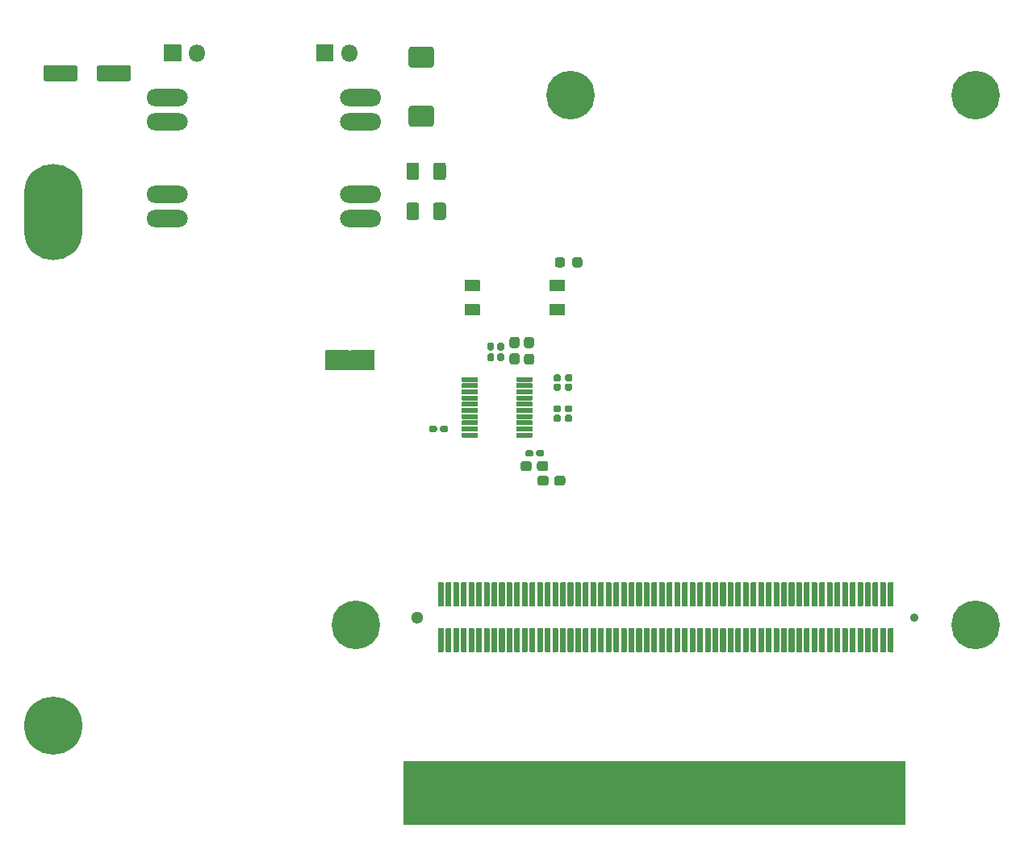
<source format=gts>
%TF.GenerationSoftware,KiCad,Pcbnew,(5.1.9)-1*%
%TF.CreationDate,2021-05-23T18:39:34+08:00*%
%TF.ProjectId,V1,56312e6b-6963-4616-945f-706362585858,rev?*%
%TF.SameCoordinates,Original*%
%TF.FileFunction,Soldermask,Top*%
%TF.FilePolarity,Negative*%
%FSLAX46Y46*%
G04 Gerber Fmt 4.6, Leading zero omitted, Abs format (unit mm)*
G04 Created by KiCad (PCBNEW (5.1.9)-1) date 2021-05-23 18:39:34*
%MOMM*%
%LPD*%
G01*
G04 APERTURE LIST*
%ADD10C,0.100000*%
%ADD11O,6.100000X10.100000*%
%ADD12C,6.100000*%
%ADD13C,5.100000*%
%ADD14C,1.300000*%
%ADD15C,0.900000*%
%ADD16O,1.800000X1.800000*%
%ADD17C,1.800000*%
%ADD18O,4.340000X1.800000*%
G04 APERTURE END LIST*
D10*
G36*
X184800000Y-135000000D02*
G01*
X132250000Y-135000000D01*
X132250000Y-128350000D01*
X184800000Y-128350000D01*
X184800000Y-135000000D01*
G37*
X184800000Y-135000000D02*
X132250000Y-135000000D01*
X132250000Y-128350000D01*
X184800000Y-128350000D01*
X184800000Y-135000000D01*
G36*
X127000000Y-87250000D02*
G01*
X126200000Y-87250000D01*
X126200000Y-85250000D01*
X127000000Y-85250000D01*
X127000000Y-87250000D01*
G37*
X127000000Y-87250000D02*
X126200000Y-87250000D01*
X126200000Y-85250000D01*
X127000000Y-85250000D01*
X127000000Y-87250000D01*
G36*
G01*
X149925000Y-76237500D02*
X149925000Y-75712500D01*
G75*
G02*
X150187500Y-75450000I262500J0D01*
G01*
X150737500Y-75450000D01*
G75*
G02*
X151000000Y-75712500I0J-262500D01*
G01*
X151000000Y-76237500D01*
G75*
G02*
X150737500Y-76500000I-262500J0D01*
G01*
X150187500Y-76500000D01*
G75*
G02*
X149925000Y-76237500I0J262500D01*
G01*
G37*
G36*
G01*
X148100000Y-76237500D02*
X148100000Y-75712500D01*
G75*
G02*
X148362500Y-75450000I262500J0D01*
G01*
X148912500Y-75450000D01*
G75*
G02*
X149175000Y-75712500I0J-262500D01*
G01*
X149175000Y-76237500D01*
G75*
G02*
X148912500Y-76500000I-262500J0D01*
G01*
X148362500Y-76500000D01*
G75*
G02*
X148100000Y-76237500I0J262500D01*
G01*
G37*
G36*
G01*
X138345000Y-88480000D02*
X138345000Y-88070000D01*
G75*
G02*
X138395000Y-88020000I50000J0D01*
G01*
X139965000Y-88020000D01*
G75*
G02*
X140015000Y-88070000I0J-50000D01*
G01*
X140015000Y-88480000D01*
G75*
G02*
X139965000Y-88530000I-50000J0D01*
G01*
X138395000Y-88530000D01*
G75*
G02*
X138345000Y-88480000I0J50000D01*
G01*
G37*
G36*
G01*
X138345000Y-89130000D02*
X138345000Y-88720000D01*
G75*
G02*
X138395000Y-88670000I50000J0D01*
G01*
X139965000Y-88670000D01*
G75*
G02*
X140015000Y-88720000I0J-50000D01*
G01*
X140015000Y-89130000D01*
G75*
G02*
X139965000Y-89180000I-50000J0D01*
G01*
X138395000Y-89180000D01*
G75*
G02*
X138345000Y-89130000I0J50000D01*
G01*
G37*
G36*
G01*
X138345000Y-89780000D02*
X138345000Y-89370000D01*
G75*
G02*
X138395000Y-89320000I50000J0D01*
G01*
X139965000Y-89320000D01*
G75*
G02*
X140015000Y-89370000I0J-50000D01*
G01*
X140015000Y-89780000D01*
G75*
G02*
X139965000Y-89830000I-50000J0D01*
G01*
X138395000Y-89830000D01*
G75*
G02*
X138345000Y-89780000I0J50000D01*
G01*
G37*
G36*
G01*
X138345000Y-90430000D02*
X138345000Y-90020000D01*
G75*
G02*
X138395000Y-89970000I50000J0D01*
G01*
X139965000Y-89970000D01*
G75*
G02*
X140015000Y-90020000I0J-50000D01*
G01*
X140015000Y-90430000D01*
G75*
G02*
X139965000Y-90480000I-50000J0D01*
G01*
X138395000Y-90480000D01*
G75*
G02*
X138345000Y-90430000I0J50000D01*
G01*
G37*
G36*
G01*
X138345000Y-91080000D02*
X138345000Y-90670000D01*
G75*
G02*
X138395000Y-90620000I50000J0D01*
G01*
X139965000Y-90620000D01*
G75*
G02*
X140015000Y-90670000I0J-50000D01*
G01*
X140015000Y-91080000D01*
G75*
G02*
X139965000Y-91130000I-50000J0D01*
G01*
X138395000Y-91130000D01*
G75*
G02*
X138345000Y-91080000I0J50000D01*
G01*
G37*
G36*
G01*
X138345000Y-91730000D02*
X138345000Y-91320000D01*
G75*
G02*
X138395000Y-91270000I50000J0D01*
G01*
X139965000Y-91270000D01*
G75*
G02*
X140015000Y-91320000I0J-50000D01*
G01*
X140015000Y-91730000D01*
G75*
G02*
X139965000Y-91780000I-50000J0D01*
G01*
X138395000Y-91780000D01*
G75*
G02*
X138345000Y-91730000I0J50000D01*
G01*
G37*
G36*
G01*
X138345000Y-92380000D02*
X138345000Y-91970000D01*
G75*
G02*
X138395000Y-91920000I50000J0D01*
G01*
X139965000Y-91920000D01*
G75*
G02*
X140015000Y-91970000I0J-50000D01*
G01*
X140015000Y-92380000D01*
G75*
G02*
X139965000Y-92430000I-50000J0D01*
G01*
X138395000Y-92430000D01*
G75*
G02*
X138345000Y-92380000I0J50000D01*
G01*
G37*
G36*
G01*
X138345000Y-93030000D02*
X138345000Y-92620000D01*
G75*
G02*
X138395000Y-92570000I50000J0D01*
G01*
X139965000Y-92570000D01*
G75*
G02*
X140015000Y-92620000I0J-50000D01*
G01*
X140015000Y-93030000D01*
G75*
G02*
X139965000Y-93080000I-50000J0D01*
G01*
X138395000Y-93080000D01*
G75*
G02*
X138345000Y-93030000I0J50000D01*
G01*
G37*
G36*
G01*
X138345000Y-93680000D02*
X138345000Y-93270000D01*
G75*
G02*
X138395000Y-93220000I50000J0D01*
G01*
X139965000Y-93220000D01*
G75*
G02*
X140015000Y-93270000I0J-50000D01*
G01*
X140015000Y-93680000D01*
G75*
G02*
X139965000Y-93730000I-50000J0D01*
G01*
X138395000Y-93730000D01*
G75*
G02*
X138345000Y-93680000I0J50000D01*
G01*
G37*
G36*
G01*
X138345000Y-94330000D02*
X138345000Y-93920000D01*
G75*
G02*
X138395000Y-93870000I50000J0D01*
G01*
X139965000Y-93870000D01*
G75*
G02*
X140015000Y-93920000I0J-50000D01*
G01*
X140015000Y-94330000D01*
G75*
G02*
X139965000Y-94380000I-50000J0D01*
G01*
X138395000Y-94380000D01*
G75*
G02*
X138345000Y-94330000I0J50000D01*
G01*
G37*
G36*
G01*
X144085000Y-94330000D02*
X144085000Y-93920000D01*
G75*
G02*
X144135000Y-93870000I50000J0D01*
G01*
X145705000Y-93870000D01*
G75*
G02*
X145755000Y-93920000I0J-50000D01*
G01*
X145755000Y-94330000D01*
G75*
G02*
X145705000Y-94380000I-50000J0D01*
G01*
X144135000Y-94380000D01*
G75*
G02*
X144085000Y-94330000I0J50000D01*
G01*
G37*
G36*
G01*
X144085000Y-93680000D02*
X144085000Y-93270000D01*
G75*
G02*
X144135000Y-93220000I50000J0D01*
G01*
X145705000Y-93220000D01*
G75*
G02*
X145755000Y-93270000I0J-50000D01*
G01*
X145755000Y-93680000D01*
G75*
G02*
X145705000Y-93730000I-50000J0D01*
G01*
X144135000Y-93730000D01*
G75*
G02*
X144085000Y-93680000I0J50000D01*
G01*
G37*
G36*
G01*
X144085000Y-93030000D02*
X144085000Y-92620000D01*
G75*
G02*
X144135000Y-92570000I50000J0D01*
G01*
X145705000Y-92570000D01*
G75*
G02*
X145755000Y-92620000I0J-50000D01*
G01*
X145755000Y-93030000D01*
G75*
G02*
X145705000Y-93080000I-50000J0D01*
G01*
X144135000Y-93080000D01*
G75*
G02*
X144085000Y-93030000I0J50000D01*
G01*
G37*
G36*
G01*
X144085000Y-92380000D02*
X144085000Y-91970000D01*
G75*
G02*
X144135000Y-91920000I50000J0D01*
G01*
X145705000Y-91920000D01*
G75*
G02*
X145755000Y-91970000I0J-50000D01*
G01*
X145755000Y-92380000D01*
G75*
G02*
X145705000Y-92430000I-50000J0D01*
G01*
X144135000Y-92430000D01*
G75*
G02*
X144085000Y-92380000I0J50000D01*
G01*
G37*
G36*
G01*
X144085000Y-91730000D02*
X144085000Y-91320000D01*
G75*
G02*
X144135000Y-91270000I50000J0D01*
G01*
X145705000Y-91270000D01*
G75*
G02*
X145755000Y-91320000I0J-50000D01*
G01*
X145755000Y-91730000D01*
G75*
G02*
X145705000Y-91780000I-50000J0D01*
G01*
X144135000Y-91780000D01*
G75*
G02*
X144085000Y-91730000I0J50000D01*
G01*
G37*
G36*
G01*
X144085000Y-91080000D02*
X144085000Y-90670000D01*
G75*
G02*
X144135000Y-90620000I50000J0D01*
G01*
X145705000Y-90620000D01*
G75*
G02*
X145755000Y-90670000I0J-50000D01*
G01*
X145755000Y-91080000D01*
G75*
G02*
X145705000Y-91130000I-50000J0D01*
G01*
X144135000Y-91130000D01*
G75*
G02*
X144085000Y-91080000I0J50000D01*
G01*
G37*
G36*
G01*
X144085000Y-90430000D02*
X144085000Y-90020000D01*
G75*
G02*
X144135000Y-89970000I50000J0D01*
G01*
X145705000Y-89970000D01*
G75*
G02*
X145755000Y-90020000I0J-50000D01*
G01*
X145755000Y-90430000D01*
G75*
G02*
X145705000Y-90480000I-50000J0D01*
G01*
X144135000Y-90480000D01*
G75*
G02*
X144085000Y-90430000I0J50000D01*
G01*
G37*
G36*
G01*
X144085000Y-89780000D02*
X144085000Y-89370000D01*
G75*
G02*
X144135000Y-89320000I50000J0D01*
G01*
X145705000Y-89320000D01*
G75*
G02*
X145755000Y-89370000I0J-50000D01*
G01*
X145755000Y-89780000D01*
G75*
G02*
X145705000Y-89830000I-50000J0D01*
G01*
X144135000Y-89830000D01*
G75*
G02*
X144085000Y-89780000I0J50000D01*
G01*
G37*
G36*
G01*
X144085000Y-89130000D02*
X144085000Y-88720000D01*
G75*
G02*
X144135000Y-88670000I50000J0D01*
G01*
X145705000Y-88670000D01*
G75*
G02*
X145755000Y-88720000I0J-50000D01*
G01*
X145755000Y-89130000D01*
G75*
G02*
X145705000Y-89180000I-50000J0D01*
G01*
X144135000Y-89180000D01*
G75*
G02*
X144085000Y-89130000I0J50000D01*
G01*
G37*
G36*
G01*
X144085000Y-88480000D02*
X144085000Y-88070000D01*
G75*
G02*
X144135000Y-88020000I50000J0D01*
G01*
X145705000Y-88020000D01*
G75*
G02*
X145755000Y-88070000I0J-50000D01*
G01*
X145755000Y-88480000D01*
G75*
G02*
X145705000Y-88530000I-50000J0D01*
G01*
X144135000Y-88530000D01*
G75*
G02*
X144085000Y-88480000I0J50000D01*
G01*
G37*
G36*
G01*
X138700000Y-80370000D02*
X140200000Y-80370000D01*
G75*
G02*
X140250000Y-80420000I0J-50000D01*
G01*
X140250000Y-81520000D01*
G75*
G02*
X140200000Y-81570000I-50000J0D01*
G01*
X138700000Y-81570000D01*
G75*
G02*
X138650000Y-81520000I0J50000D01*
G01*
X138650000Y-80420000D01*
G75*
G02*
X138700000Y-80370000I50000J0D01*
G01*
G37*
G36*
G01*
X147600000Y-80370000D02*
X149100000Y-80370000D01*
G75*
G02*
X149150000Y-80420000I0J-50000D01*
G01*
X149150000Y-81520000D01*
G75*
G02*
X149100000Y-81570000I-50000J0D01*
G01*
X147600000Y-81570000D01*
G75*
G02*
X147550000Y-81520000I0J50000D01*
G01*
X147550000Y-80420000D01*
G75*
G02*
X147600000Y-80370000I50000J0D01*
G01*
G37*
G36*
G01*
X138700000Y-77830000D02*
X140200000Y-77830000D01*
G75*
G02*
X140250000Y-77880000I0J-50000D01*
G01*
X140250000Y-78980000D01*
G75*
G02*
X140200000Y-79030000I-50000J0D01*
G01*
X138700000Y-79030000D01*
G75*
G02*
X138650000Y-78980000I0J50000D01*
G01*
X138650000Y-77880000D01*
G75*
G02*
X138700000Y-77830000I50000J0D01*
G01*
G37*
G36*
G01*
X147600000Y-77830000D02*
X149100000Y-77830000D01*
G75*
G02*
X149150000Y-77880000I0J-50000D01*
G01*
X149150000Y-78980000D01*
G75*
G02*
X149100000Y-79030000I-50000J0D01*
G01*
X147600000Y-79030000D01*
G75*
G02*
X147550000Y-78980000I0J50000D01*
G01*
X147550000Y-77880000D01*
G75*
G02*
X147600000Y-77830000I50000J0D01*
G01*
G37*
G36*
G01*
X148760000Y-92165000D02*
X148760000Y-92535000D01*
G75*
G02*
X148575000Y-92720000I-185000J0D01*
G01*
X148130000Y-92720000D01*
G75*
G02*
X147945000Y-92535000I0J185000D01*
G01*
X147945000Y-92165000D01*
G75*
G02*
X148130000Y-91980000I185000J0D01*
G01*
X148575000Y-91980000D01*
G75*
G02*
X148760000Y-92165000I0J-185000D01*
G01*
G37*
G36*
G01*
X149955000Y-92165000D02*
X149955000Y-92535000D01*
G75*
G02*
X149770000Y-92720000I-185000J0D01*
G01*
X149325000Y-92720000D01*
G75*
G02*
X149140000Y-92535000I0J185000D01*
G01*
X149140000Y-92165000D01*
G75*
G02*
X149325000Y-91980000I185000J0D01*
G01*
X149770000Y-91980000D01*
G75*
G02*
X149955000Y-92165000I0J-185000D01*
G01*
G37*
G36*
G01*
X148760000Y-91165000D02*
X148760000Y-91535000D01*
G75*
G02*
X148575000Y-91720000I-185000J0D01*
G01*
X148130000Y-91720000D01*
G75*
G02*
X147945000Y-91535000I0J185000D01*
G01*
X147945000Y-91165000D01*
G75*
G02*
X148130000Y-90980000I185000J0D01*
G01*
X148575000Y-90980000D01*
G75*
G02*
X148760000Y-91165000I0J-185000D01*
G01*
G37*
G36*
G01*
X149955000Y-91165000D02*
X149955000Y-91535000D01*
G75*
G02*
X149770000Y-91720000I-185000J0D01*
G01*
X149325000Y-91720000D01*
G75*
G02*
X149140000Y-91535000I0J185000D01*
G01*
X149140000Y-91165000D01*
G75*
G02*
X149325000Y-90980000I185000J0D01*
G01*
X149770000Y-90980000D01*
G75*
G02*
X149955000Y-91165000I0J-185000D01*
G01*
G37*
G36*
G01*
X148760000Y-88915000D02*
X148760000Y-89285000D01*
G75*
G02*
X148575000Y-89470000I-185000J0D01*
G01*
X148130000Y-89470000D01*
G75*
G02*
X147945000Y-89285000I0J185000D01*
G01*
X147945000Y-88915000D01*
G75*
G02*
X148130000Y-88730000I185000J0D01*
G01*
X148575000Y-88730000D01*
G75*
G02*
X148760000Y-88915000I0J-185000D01*
G01*
G37*
G36*
G01*
X149955000Y-88915000D02*
X149955000Y-89285000D01*
G75*
G02*
X149770000Y-89470000I-185000J0D01*
G01*
X149325000Y-89470000D01*
G75*
G02*
X149140000Y-89285000I0J185000D01*
G01*
X149140000Y-88915000D01*
G75*
G02*
X149325000Y-88730000I185000J0D01*
G01*
X149770000Y-88730000D01*
G75*
G02*
X149955000Y-88915000I0J-185000D01*
G01*
G37*
G36*
G01*
X148760000Y-87915000D02*
X148760000Y-88285000D01*
G75*
G02*
X148575000Y-88470000I-185000J0D01*
G01*
X148130000Y-88470000D01*
G75*
G02*
X147945000Y-88285000I0J185000D01*
G01*
X147945000Y-87915000D01*
G75*
G02*
X148130000Y-87730000I185000J0D01*
G01*
X148575000Y-87730000D01*
G75*
G02*
X148760000Y-87915000I0J-185000D01*
G01*
G37*
G36*
G01*
X149955000Y-87915000D02*
X149955000Y-88285000D01*
G75*
G02*
X149770000Y-88470000I-185000J0D01*
G01*
X149325000Y-88470000D01*
G75*
G02*
X149140000Y-88285000I0J185000D01*
G01*
X149140000Y-87915000D01*
G75*
G02*
X149325000Y-87730000I185000J0D01*
G01*
X149770000Y-87730000D01*
G75*
G02*
X149955000Y-87915000I0J-185000D01*
G01*
G37*
G36*
G01*
X148050000Y-99162500D02*
X148050000Y-98637500D01*
G75*
G02*
X148312500Y-98375000I262500J0D01*
G01*
X148937500Y-98375000D01*
G75*
G02*
X149200000Y-98637500I0J-262500D01*
G01*
X149200000Y-99162500D01*
G75*
G02*
X148937500Y-99425000I-262500J0D01*
G01*
X148312500Y-99425000D01*
G75*
G02*
X148050000Y-99162500I0J262500D01*
G01*
G37*
G36*
G01*
X146300000Y-99162500D02*
X146300000Y-98637500D01*
G75*
G02*
X146562500Y-98375000I262500J0D01*
G01*
X147187500Y-98375000D01*
G75*
G02*
X147450000Y-98637500I0J-262500D01*
G01*
X147450000Y-99162500D01*
G75*
G02*
X147187500Y-99425000I-262500J0D01*
G01*
X146562500Y-99425000D01*
G75*
G02*
X146300000Y-99162500I0J262500D01*
G01*
G37*
G36*
G01*
X145662500Y-84975000D02*
X145137500Y-84975000D01*
G75*
G02*
X144875000Y-84712500I0J262500D01*
G01*
X144875000Y-84087500D01*
G75*
G02*
X145137500Y-83825000I262500J0D01*
G01*
X145662500Y-83825000D01*
G75*
G02*
X145925000Y-84087500I0J-262500D01*
G01*
X145925000Y-84712500D01*
G75*
G02*
X145662500Y-84975000I-262500J0D01*
G01*
G37*
G36*
G01*
X145662500Y-86725000D02*
X145137500Y-86725000D01*
G75*
G02*
X144875000Y-86462500I0J262500D01*
G01*
X144875000Y-85837500D01*
G75*
G02*
X145137500Y-85575000I262500J0D01*
G01*
X145662500Y-85575000D01*
G75*
G02*
X145925000Y-85837500I0J-262500D01*
G01*
X145925000Y-86462500D01*
G75*
G02*
X145662500Y-86725000I-262500J0D01*
G01*
G37*
G36*
G01*
X147250000Y-132700000D02*
X147250000Y-128400000D01*
G75*
G02*
X147300000Y-128350000I50000J0D01*
G01*
X148000000Y-128350000D01*
G75*
G02*
X148050000Y-128400000I0J-50000D01*
G01*
X148050000Y-132700000D01*
G75*
G02*
X148000000Y-132750000I-50000J0D01*
G01*
X147300000Y-132750000D01*
G75*
G02*
X147250000Y-132700000I0J50000D01*
G01*
G37*
G36*
G01*
X146250000Y-132700000D02*
X146250000Y-128400000D01*
G75*
G02*
X146300000Y-128350000I50000J0D01*
G01*
X147000000Y-128350000D01*
G75*
G02*
X147050000Y-128400000I0J-50000D01*
G01*
X147050000Y-132700000D01*
G75*
G02*
X147000000Y-132750000I-50000J0D01*
G01*
X146300000Y-132750000D01*
G75*
G02*
X146250000Y-132700000I0J50000D01*
G01*
G37*
G36*
G01*
X152250000Y-132700000D02*
X152250000Y-128400000D01*
G75*
G02*
X152300000Y-128350000I50000J0D01*
G01*
X153000000Y-128350000D01*
G75*
G02*
X153050000Y-128400000I0J-50000D01*
G01*
X153050000Y-132700000D01*
G75*
G02*
X153000000Y-132750000I-50000J0D01*
G01*
X152300000Y-132750000D01*
G75*
G02*
X152250000Y-132700000I0J50000D01*
G01*
G37*
G36*
G01*
X151250000Y-132700000D02*
X151250000Y-128400000D01*
G75*
G02*
X151300000Y-128350000I50000J0D01*
G01*
X152000000Y-128350000D01*
G75*
G02*
X152050000Y-128400000I0J-50000D01*
G01*
X152050000Y-132700000D01*
G75*
G02*
X152000000Y-132750000I-50000J0D01*
G01*
X151300000Y-132750000D01*
G75*
G02*
X151250000Y-132700000I0J50000D01*
G01*
G37*
G36*
G01*
X150250000Y-132700000D02*
X150250000Y-128400000D01*
G75*
G02*
X150300000Y-128350000I50000J0D01*
G01*
X151000000Y-128350000D01*
G75*
G02*
X151050000Y-128400000I0J-50000D01*
G01*
X151050000Y-132700000D01*
G75*
G02*
X151000000Y-132750000I-50000J0D01*
G01*
X150300000Y-132750000D01*
G75*
G02*
X150250000Y-132700000I0J50000D01*
G01*
G37*
G36*
G01*
X149250000Y-132700000D02*
X149250000Y-128400000D01*
G75*
G02*
X149300000Y-128350000I50000J0D01*
G01*
X150000000Y-128350000D01*
G75*
G02*
X150050000Y-128400000I0J-50000D01*
G01*
X150050000Y-132700000D01*
G75*
G02*
X150000000Y-132750000I-50000J0D01*
G01*
X149300000Y-132750000D01*
G75*
G02*
X149250000Y-132700000I0J50000D01*
G01*
G37*
G36*
G01*
X148250000Y-132700000D02*
X148250000Y-128400000D01*
G75*
G02*
X148300000Y-128350000I50000J0D01*
G01*
X149000000Y-128350000D01*
G75*
G02*
X149050000Y-128400000I0J-50000D01*
G01*
X149050000Y-132700000D01*
G75*
G02*
X149000000Y-132750000I-50000J0D01*
G01*
X148300000Y-132750000D01*
G75*
G02*
X148250000Y-132700000I0J50000D01*
G01*
G37*
G36*
G01*
X143250000Y-132700000D02*
X143250000Y-128400000D01*
G75*
G02*
X143300000Y-128350000I50000J0D01*
G01*
X144000000Y-128350000D01*
G75*
G02*
X144050000Y-128400000I0J-50000D01*
G01*
X144050000Y-132700000D01*
G75*
G02*
X144000000Y-132750000I-50000J0D01*
G01*
X143300000Y-132750000D01*
G75*
G02*
X143250000Y-132700000I0J50000D01*
G01*
G37*
G36*
G01*
X142250000Y-132700000D02*
X142250000Y-128400000D01*
G75*
G02*
X142300000Y-128350000I50000J0D01*
G01*
X143000000Y-128350000D01*
G75*
G02*
X143050000Y-128400000I0J-50000D01*
G01*
X143050000Y-132700000D01*
G75*
G02*
X143000000Y-132750000I-50000J0D01*
G01*
X142300000Y-132750000D01*
G75*
G02*
X142250000Y-132700000I0J50000D01*
G01*
G37*
G36*
G01*
X141250000Y-132700000D02*
X141250000Y-128400000D01*
G75*
G02*
X141300000Y-128350000I50000J0D01*
G01*
X142000000Y-128350000D01*
G75*
G02*
X142050000Y-128400000I0J-50000D01*
G01*
X142050000Y-132700000D01*
G75*
G02*
X142000000Y-132750000I-50000J0D01*
G01*
X141300000Y-132750000D01*
G75*
G02*
X141250000Y-132700000I0J50000D01*
G01*
G37*
G36*
G01*
X140250000Y-132700000D02*
X140250000Y-128400000D01*
G75*
G02*
X140300000Y-128350000I50000J0D01*
G01*
X141000000Y-128350000D01*
G75*
G02*
X141050000Y-128400000I0J-50000D01*
G01*
X141050000Y-132700000D01*
G75*
G02*
X141000000Y-132750000I-50000J0D01*
G01*
X140300000Y-132750000D01*
G75*
G02*
X140250000Y-132700000I0J50000D01*
G01*
G37*
G36*
G01*
X139250000Y-132700000D02*
X139250000Y-128400000D01*
G75*
G02*
X139300000Y-128350000I50000J0D01*
G01*
X140000000Y-128350000D01*
G75*
G02*
X140050000Y-128400000I0J-50000D01*
G01*
X140050000Y-132700000D01*
G75*
G02*
X140000000Y-132750000I-50000J0D01*
G01*
X139300000Y-132750000D01*
G75*
G02*
X139250000Y-132700000I0J50000D01*
G01*
G37*
G36*
G01*
X138250000Y-132700000D02*
X138250000Y-128400000D01*
G75*
G02*
X138300000Y-128350000I50000J0D01*
G01*
X139000000Y-128350000D01*
G75*
G02*
X139050000Y-128400000I0J-50000D01*
G01*
X139050000Y-132700000D01*
G75*
G02*
X139000000Y-132750000I-50000J0D01*
G01*
X138300000Y-132750000D01*
G75*
G02*
X138250000Y-132700000I0J50000D01*
G01*
G37*
G36*
G01*
X137250000Y-132700000D02*
X137250000Y-128400000D01*
G75*
G02*
X137300000Y-128350000I50000J0D01*
G01*
X138000000Y-128350000D01*
G75*
G02*
X138050000Y-128400000I0J-50000D01*
G01*
X138050000Y-132700000D01*
G75*
G02*
X138000000Y-132750000I-50000J0D01*
G01*
X137300000Y-132750000D01*
G75*
G02*
X137250000Y-132700000I0J50000D01*
G01*
G37*
G36*
G01*
X136250000Y-132700000D02*
X136250000Y-128400000D01*
G75*
G02*
X136300000Y-128350000I50000J0D01*
G01*
X137000000Y-128350000D01*
G75*
G02*
X137050000Y-128400000I0J-50000D01*
G01*
X137050000Y-132700000D01*
G75*
G02*
X137000000Y-132750000I-50000J0D01*
G01*
X136300000Y-132750000D01*
G75*
G02*
X136250000Y-132700000I0J50000D01*
G01*
G37*
G36*
G01*
X135250000Y-132700000D02*
X135250000Y-128400000D01*
G75*
G02*
X135300000Y-128350000I50000J0D01*
G01*
X136000000Y-128350000D01*
G75*
G02*
X136050000Y-128400000I0J-50000D01*
G01*
X136050000Y-132700000D01*
G75*
G02*
X136000000Y-132750000I-50000J0D01*
G01*
X135300000Y-132750000D01*
G75*
G02*
X135250000Y-132700000I0J50000D01*
G01*
G37*
G36*
G01*
X134250000Y-132700000D02*
X134250000Y-128400000D01*
G75*
G02*
X134300000Y-128350000I50000J0D01*
G01*
X135000000Y-128350000D01*
G75*
G02*
X135050000Y-128400000I0J-50000D01*
G01*
X135050000Y-132700000D01*
G75*
G02*
X135000000Y-132750000I-50000J0D01*
G01*
X134300000Y-132750000D01*
G75*
G02*
X134250000Y-132700000I0J50000D01*
G01*
G37*
G36*
G01*
X133250000Y-132700000D02*
X133250000Y-128400000D01*
G75*
G02*
X133300000Y-128350000I50000J0D01*
G01*
X134000000Y-128350000D01*
G75*
G02*
X134050000Y-128400000I0J-50000D01*
G01*
X134050000Y-132700000D01*
G75*
G02*
X134000000Y-132750000I-50000J0D01*
G01*
X133300000Y-132750000D01*
G75*
G02*
X133250000Y-132700000I0J50000D01*
G01*
G37*
G36*
G01*
X153250000Y-132700000D02*
X153250000Y-128400000D01*
G75*
G02*
X153300000Y-128350000I50000J0D01*
G01*
X154000000Y-128350000D01*
G75*
G02*
X154050000Y-128400000I0J-50000D01*
G01*
X154050000Y-132700000D01*
G75*
G02*
X154000000Y-132750000I-50000J0D01*
G01*
X153300000Y-132750000D01*
G75*
G02*
X153250000Y-132700000I0J50000D01*
G01*
G37*
G36*
G01*
X154250000Y-132700000D02*
X154250000Y-128400000D01*
G75*
G02*
X154300000Y-128350000I50000J0D01*
G01*
X155000000Y-128350000D01*
G75*
G02*
X155050000Y-128400000I0J-50000D01*
G01*
X155050000Y-132700000D01*
G75*
G02*
X155000000Y-132750000I-50000J0D01*
G01*
X154300000Y-132750000D01*
G75*
G02*
X154250000Y-132700000I0J50000D01*
G01*
G37*
G36*
G01*
X155250000Y-132700000D02*
X155250000Y-128400000D01*
G75*
G02*
X155300000Y-128350000I50000J0D01*
G01*
X156000000Y-128350000D01*
G75*
G02*
X156050000Y-128400000I0J-50000D01*
G01*
X156050000Y-132700000D01*
G75*
G02*
X156000000Y-132750000I-50000J0D01*
G01*
X155300000Y-132750000D01*
G75*
G02*
X155250000Y-132700000I0J50000D01*
G01*
G37*
G36*
G01*
X156250000Y-132700000D02*
X156250000Y-128400000D01*
G75*
G02*
X156300000Y-128350000I50000J0D01*
G01*
X157000000Y-128350000D01*
G75*
G02*
X157050000Y-128400000I0J-50000D01*
G01*
X157050000Y-132700000D01*
G75*
G02*
X157000000Y-132750000I-50000J0D01*
G01*
X156300000Y-132750000D01*
G75*
G02*
X156250000Y-132700000I0J50000D01*
G01*
G37*
G36*
G01*
X157250000Y-132700000D02*
X157250000Y-128400000D01*
G75*
G02*
X157300000Y-128350000I50000J0D01*
G01*
X158000000Y-128350000D01*
G75*
G02*
X158050000Y-128400000I0J-50000D01*
G01*
X158050000Y-132700000D01*
G75*
G02*
X158000000Y-132750000I-50000J0D01*
G01*
X157300000Y-132750000D01*
G75*
G02*
X157250000Y-132700000I0J50000D01*
G01*
G37*
G36*
G01*
X158250000Y-132700000D02*
X158250000Y-128400000D01*
G75*
G02*
X158300000Y-128350000I50000J0D01*
G01*
X159000000Y-128350000D01*
G75*
G02*
X159050000Y-128400000I0J-50000D01*
G01*
X159050000Y-132700000D01*
G75*
G02*
X159000000Y-132750000I-50000J0D01*
G01*
X158300000Y-132750000D01*
G75*
G02*
X158250000Y-132700000I0J50000D01*
G01*
G37*
G36*
G01*
X159250000Y-132700000D02*
X159250000Y-128400000D01*
G75*
G02*
X159300000Y-128350000I50000J0D01*
G01*
X160000000Y-128350000D01*
G75*
G02*
X160050000Y-128400000I0J-50000D01*
G01*
X160050000Y-132700000D01*
G75*
G02*
X160000000Y-132750000I-50000J0D01*
G01*
X159300000Y-132750000D01*
G75*
G02*
X159250000Y-132700000I0J50000D01*
G01*
G37*
G36*
G01*
X160250000Y-132700000D02*
X160250000Y-128400000D01*
G75*
G02*
X160300000Y-128350000I50000J0D01*
G01*
X161000000Y-128350000D01*
G75*
G02*
X161050000Y-128400000I0J-50000D01*
G01*
X161050000Y-132700000D01*
G75*
G02*
X161000000Y-132750000I-50000J0D01*
G01*
X160300000Y-132750000D01*
G75*
G02*
X160250000Y-132700000I0J50000D01*
G01*
G37*
G36*
G01*
X161250000Y-132700000D02*
X161250000Y-128400000D01*
G75*
G02*
X161300000Y-128350000I50000J0D01*
G01*
X162000000Y-128350000D01*
G75*
G02*
X162050000Y-128400000I0J-50000D01*
G01*
X162050000Y-132700000D01*
G75*
G02*
X162000000Y-132750000I-50000J0D01*
G01*
X161300000Y-132750000D01*
G75*
G02*
X161250000Y-132700000I0J50000D01*
G01*
G37*
G36*
G01*
X162250000Y-132700000D02*
X162250000Y-128400000D01*
G75*
G02*
X162300000Y-128350000I50000J0D01*
G01*
X163000000Y-128350000D01*
G75*
G02*
X163050000Y-128400000I0J-50000D01*
G01*
X163050000Y-132700000D01*
G75*
G02*
X163000000Y-132750000I-50000J0D01*
G01*
X162300000Y-132750000D01*
G75*
G02*
X162250000Y-132700000I0J50000D01*
G01*
G37*
G36*
G01*
X163250000Y-132700000D02*
X163250000Y-128400000D01*
G75*
G02*
X163300000Y-128350000I50000J0D01*
G01*
X164000000Y-128350000D01*
G75*
G02*
X164050000Y-128400000I0J-50000D01*
G01*
X164050000Y-132700000D01*
G75*
G02*
X164000000Y-132750000I-50000J0D01*
G01*
X163300000Y-132750000D01*
G75*
G02*
X163250000Y-132700000I0J50000D01*
G01*
G37*
G36*
G01*
X164250000Y-132700000D02*
X164250000Y-128400000D01*
G75*
G02*
X164300000Y-128350000I50000J0D01*
G01*
X165000000Y-128350000D01*
G75*
G02*
X165050000Y-128400000I0J-50000D01*
G01*
X165050000Y-132700000D01*
G75*
G02*
X165000000Y-132750000I-50000J0D01*
G01*
X164300000Y-132750000D01*
G75*
G02*
X164250000Y-132700000I0J50000D01*
G01*
G37*
G36*
G01*
X165250000Y-132700000D02*
X165250000Y-128400000D01*
G75*
G02*
X165300000Y-128350000I50000J0D01*
G01*
X166000000Y-128350000D01*
G75*
G02*
X166050000Y-128400000I0J-50000D01*
G01*
X166050000Y-132700000D01*
G75*
G02*
X166000000Y-132750000I-50000J0D01*
G01*
X165300000Y-132750000D01*
G75*
G02*
X165250000Y-132700000I0J50000D01*
G01*
G37*
G36*
G01*
X166250000Y-132700000D02*
X166250000Y-128400000D01*
G75*
G02*
X166300000Y-128350000I50000J0D01*
G01*
X167000000Y-128350000D01*
G75*
G02*
X167050000Y-128400000I0J-50000D01*
G01*
X167050000Y-132700000D01*
G75*
G02*
X167000000Y-132750000I-50000J0D01*
G01*
X166300000Y-132750000D01*
G75*
G02*
X166250000Y-132700000I0J50000D01*
G01*
G37*
G36*
G01*
X167250000Y-132700000D02*
X167250000Y-128400000D01*
G75*
G02*
X167300000Y-128350000I50000J0D01*
G01*
X168000000Y-128350000D01*
G75*
G02*
X168050000Y-128400000I0J-50000D01*
G01*
X168050000Y-132700000D01*
G75*
G02*
X168000000Y-132750000I-50000J0D01*
G01*
X167300000Y-132750000D01*
G75*
G02*
X167250000Y-132700000I0J50000D01*
G01*
G37*
G36*
G01*
X168250000Y-132700000D02*
X168250000Y-128400000D01*
G75*
G02*
X168300000Y-128350000I50000J0D01*
G01*
X169000000Y-128350000D01*
G75*
G02*
X169050000Y-128400000I0J-50000D01*
G01*
X169050000Y-132700000D01*
G75*
G02*
X169000000Y-132750000I-50000J0D01*
G01*
X168300000Y-132750000D01*
G75*
G02*
X168250000Y-132700000I0J50000D01*
G01*
G37*
G36*
G01*
X169250000Y-132700000D02*
X169250000Y-128400000D01*
G75*
G02*
X169300000Y-128350000I50000J0D01*
G01*
X170000000Y-128350000D01*
G75*
G02*
X170050000Y-128400000I0J-50000D01*
G01*
X170050000Y-132700000D01*
G75*
G02*
X170000000Y-132750000I-50000J0D01*
G01*
X169300000Y-132750000D01*
G75*
G02*
X169250000Y-132700000I0J50000D01*
G01*
G37*
G36*
G01*
X170250000Y-132700000D02*
X170250000Y-128400000D01*
G75*
G02*
X170300000Y-128350000I50000J0D01*
G01*
X171000000Y-128350000D01*
G75*
G02*
X171050000Y-128400000I0J-50000D01*
G01*
X171050000Y-132700000D01*
G75*
G02*
X171000000Y-132750000I-50000J0D01*
G01*
X170300000Y-132750000D01*
G75*
G02*
X170250000Y-132700000I0J50000D01*
G01*
G37*
G36*
G01*
X171250000Y-132700000D02*
X171250000Y-128400000D01*
G75*
G02*
X171300000Y-128350000I50000J0D01*
G01*
X172000000Y-128350000D01*
G75*
G02*
X172050000Y-128400000I0J-50000D01*
G01*
X172050000Y-132700000D01*
G75*
G02*
X172000000Y-132750000I-50000J0D01*
G01*
X171300000Y-132750000D01*
G75*
G02*
X171250000Y-132700000I0J50000D01*
G01*
G37*
G36*
G01*
X172250000Y-132700000D02*
X172250000Y-128400000D01*
G75*
G02*
X172300000Y-128350000I50000J0D01*
G01*
X173000000Y-128350000D01*
G75*
G02*
X173050000Y-128400000I0J-50000D01*
G01*
X173050000Y-132700000D01*
G75*
G02*
X173000000Y-132750000I-50000J0D01*
G01*
X172300000Y-132750000D01*
G75*
G02*
X172250000Y-132700000I0J50000D01*
G01*
G37*
G36*
G01*
X173250000Y-132700000D02*
X173250000Y-128400000D01*
G75*
G02*
X173300000Y-128350000I50000J0D01*
G01*
X174000000Y-128350000D01*
G75*
G02*
X174050000Y-128400000I0J-50000D01*
G01*
X174050000Y-132700000D01*
G75*
G02*
X174000000Y-132750000I-50000J0D01*
G01*
X173300000Y-132750000D01*
G75*
G02*
X173250000Y-132700000I0J50000D01*
G01*
G37*
G36*
G01*
X174250000Y-132700000D02*
X174250000Y-128400000D01*
G75*
G02*
X174300000Y-128350000I50000J0D01*
G01*
X175000000Y-128350000D01*
G75*
G02*
X175050000Y-128400000I0J-50000D01*
G01*
X175050000Y-132700000D01*
G75*
G02*
X175000000Y-132750000I-50000J0D01*
G01*
X174300000Y-132750000D01*
G75*
G02*
X174250000Y-132700000I0J50000D01*
G01*
G37*
G36*
G01*
X175250000Y-132700000D02*
X175250000Y-128400000D01*
G75*
G02*
X175300000Y-128350000I50000J0D01*
G01*
X176000000Y-128350000D01*
G75*
G02*
X176050000Y-128400000I0J-50000D01*
G01*
X176050000Y-132700000D01*
G75*
G02*
X176000000Y-132750000I-50000J0D01*
G01*
X175300000Y-132750000D01*
G75*
G02*
X175250000Y-132700000I0J50000D01*
G01*
G37*
G36*
G01*
X176250000Y-132700000D02*
X176250000Y-128400000D01*
G75*
G02*
X176300000Y-128350000I50000J0D01*
G01*
X177000000Y-128350000D01*
G75*
G02*
X177050000Y-128400000I0J-50000D01*
G01*
X177050000Y-132700000D01*
G75*
G02*
X177000000Y-132750000I-50000J0D01*
G01*
X176300000Y-132750000D01*
G75*
G02*
X176250000Y-132700000I0J50000D01*
G01*
G37*
G36*
G01*
X177250000Y-132700000D02*
X177250000Y-128400000D01*
G75*
G02*
X177300000Y-128350000I50000J0D01*
G01*
X178000000Y-128350000D01*
G75*
G02*
X178050000Y-128400000I0J-50000D01*
G01*
X178050000Y-132700000D01*
G75*
G02*
X178000000Y-132750000I-50000J0D01*
G01*
X177300000Y-132750000D01*
G75*
G02*
X177250000Y-132700000I0J50000D01*
G01*
G37*
G36*
G01*
X178250000Y-132700000D02*
X178250000Y-128400000D01*
G75*
G02*
X178300000Y-128350000I50000J0D01*
G01*
X179000000Y-128350000D01*
G75*
G02*
X179050000Y-128400000I0J-50000D01*
G01*
X179050000Y-132700000D01*
G75*
G02*
X179000000Y-132750000I-50000J0D01*
G01*
X178300000Y-132750000D01*
G75*
G02*
X178250000Y-132700000I0J50000D01*
G01*
G37*
G36*
G01*
X179250000Y-132700000D02*
X179250000Y-128400000D01*
G75*
G02*
X179300000Y-128350000I50000J0D01*
G01*
X180000000Y-128350000D01*
G75*
G02*
X180050000Y-128400000I0J-50000D01*
G01*
X180050000Y-132700000D01*
G75*
G02*
X180000000Y-132750000I-50000J0D01*
G01*
X179300000Y-132750000D01*
G75*
G02*
X179250000Y-132700000I0J50000D01*
G01*
G37*
G36*
G01*
X180250000Y-132700000D02*
X180250000Y-128400000D01*
G75*
G02*
X180300000Y-128350000I50000J0D01*
G01*
X181000000Y-128350000D01*
G75*
G02*
X181050000Y-128400000I0J-50000D01*
G01*
X181050000Y-132700000D01*
G75*
G02*
X181000000Y-132750000I-50000J0D01*
G01*
X180300000Y-132750000D01*
G75*
G02*
X180250000Y-132700000I0J50000D01*
G01*
G37*
G36*
G01*
X181250000Y-132700000D02*
X181250000Y-128400000D01*
G75*
G02*
X181300000Y-128350000I50000J0D01*
G01*
X182000000Y-128350000D01*
G75*
G02*
X182050000Y-128400000I0J-50000D01*
G01*
X182050000Y-132700000D01*
G75*
G02*
X182000000Y-132750000I-50000J0D01*
G01*
X181300000Y-132750000D01*
G75*
G02*
X181250000Y-132700000I0J50000D01*
G01*
G37*
G36*
G01*
X182250000Y-131600000D02*
X182250000Y-128400000D01*
G75*
G02*
X182300000Y-128350000I50000J0D01*
G01*
X183000000Y-128350000D01*
G75*
G02*
X183050000Y-128400000I0J-50000D01*
G01*
X183050000Y-131600000D01*
G75*
G02*
X183000000Y-131650000I-50000J0D01*
G01*
X182300000Y-131650000D01*
G75*
G02*
X182250000Y-131600000I0J50000D01*
G01*
G37*
G36*
G01*
X183250000Y-132700000D02*
X183250000Y-128400000D01*
G75*
G02*
X183300000Y-128350000I50000J0D01*
G01*
X184000000Y-128350000D01*
G75*
G02*
X184050000Y-128400000I0J-50000D01*
G01*
X184050000Y-132700000D01*
G75*
G02*
X184000000Y-132750000I-50000J0D01*
G01*
X183300000Y-132750000D01*
G75*
G02*
X183250000Y-132700000I0J50000D01*
G01*
G37*
G36*
G01*
X145675000Y-97112500D02*
X145675000Y-97637500D01*
G75*
G02*
X145412500Y-97900000I-262500J0D01*
G01*
X144762500Y-97900000D01*
G75*
G02*
X144500000Y-97637500I0J262500D01*
G01*
X144500000Y-97112500D01*
G75*
G02*
X144762500Y-96850000I262500J0D01*
G01*
X145412500Y-96850000D01*
G75*
G02*
X145675000Y-97112500I0J-262500D01*
G01*
G37*
G36*
G01*
X147400000Y-97112500D02*
X147400000Y-97637500D01*
G75*
G02*
X147137500Y-97900000I-262500J0D01*
G01*
X146487500Y-97900000D01*
G75*
G02*
X146225000Y-97637500I0J262500D01*
G01*
X146225000Y-97112500D01*
G75*
G02*
X146487500Y-96850000I262500J0D01*
G01*
X147137500Y-96850000D01*
G75*
G02*
X147400000Y-97112500I0J-262500D01*
G01*
G37*
G36*
G01*
X135750000Y-93295000D02*
X135750000Y-93655000D01*
G75*
G02*
X135570000Y-93835000I-180000J0D01*
G01*
X135095000Y-93835000D01*
G75*
G02*
X134915000Y-93655000I0J180000D01*
G01*
X134915000Y-93295000D01*
G75*
G02*
X135095000Y-93115000I180000J0D01*
G01*
X135570000Y-93115000D01*
G75*
G02*
X135750000Y-93295000I0J-180000D01*
G01*
G37*
G36*
G01*
X136885000Y-93295000D02*
X136885000Y-93655000D01*
G75*
G02*
X136705000Y-93835000I-180000J0D01*
G01*
X136230000Y-93835000D01*
G75*
G02*
X136050000Y-93655000I0J180000D01*
G01*
X136050000Y-93295000D01*
G75*
G02*
X136230000Y-93115000I180000J0D01*
G01*
X136705000Y-93115000D01*
G75*
G02*
X136885000Y-93295000I0J-180000D01*
G01*
G37*
G36*
G01*
X145850000Y-95845000D02*
X145850000Y-96205000D01*
G75*
G02*
X145670000Y-96385000I-180000J0D01*
G01*
X145195000Y-96385000D01*
G75*
G02*
X145015000Y-96205000I0J180000D01*
G01*
X145015000Y-95845000D01*
G75*
G02*
X145195000Y-95665000I180000J0D01*
G01*
X145670000Y-95665000D01*
G75*
G02*
X145850000Y-95845000I0J-180000D01*
G01*
G37*
G36*
G01*
X146985000Y-95845000D02*
X146985000Y-96205000D01*
G75*
G02*
X146805000Y-96385000I-180000J0D01*
G01*
X146330000Y-96385000D01*
G75*
G02*
X146150000Y-96205000I0J180000D01*
G01*
X146150000Y-95845000D01*
G75*
G02*
X146330000Y-95665000I180000J0D01*
G01*
X146805000Y-95665000D01*
G75*
G02*
X146985000Y-95845000I0J-180000D01*
G01*
G37*
G36*
G01*
X144137500Y-84975000D02*
X143612500Y-84975000D01*
G75*
G02*
X143350000Y-84712500I0J262500D01*
G01*
X143350000Y-84062500D01*
G75*
G02*
X143612500Y-83800000I262500J0D01*
G01*
X144137500Y-83800000D01*
G75*
G02*
X144400000Y-84062500I0J-262500D01*
G01*
X144400000Y-84712500D01*
G75*
G02*
X144137500Y-84975000I-262500J0D01*
G01*
G37*
G36*
G01*
X144137500Y-86700000D02*
X143612500Y-86700000D01*
G75*
G02*
X143350000Y-86437500I0J262500D01*
G01*
X143350000Y-85787500D01*
G75*
G02*
X143612500Y-85525000I262500J0D01*
G01*
X144137500Y-85525000D01*
G75*
G02*
X144400000Y-85787500I0J-262500D01*
G01*
X144400000Y-86437500D01*
G75*
G02*
X144137500Y-86700000I-262500J0D01*
G01*
G37*
G36*
G01*
X141555000Y-85225000D02*
X141195000Y-85225000D01*
G75*
G02*
X141015000Y-85045000I0J180000D01*
G01*
X141015000Y-84570000D01*
G75*
G02*
X141195000Y-84390000I180000J0D01*
G01*
X141555000Y-84390000D01*
G75*
G02*
X141735000Y-84570000I0J-180000D01*
G01*
X141735000Y-85045000D01*
G75*
G02*
X141555000Y-85225000I-180000J0D01*
G01*
G37*
G36*
G01*
X141555000Y-86360000D02*
X141195000Y-86360000D01*
G75*
G02*
X141015000Y-86180000I0J180000D01*
G01*
X141015000Y-85705000D01*
G75*
G02*
X141195000Y-85525000I180000J0D01*
G01*
X141555000Y-85525000D01*
G75*
G02*
X141735000Y-85705000I0J-180000D01*
G01*
X141735000Y-86180000D01*
G75*
G02*
X141555000Y-86360000I-180000J0D01*
G01*
G37*
G36*
G01*
X142605000Y-85225000D02*
X142245000Y-85225000D01*
G75*
G02*
X142065000Y-85045000I0J180000D01*
G01*
X142065000Y-84570000D01*
G75*
G02*
X142245000Y-84390000I180000J0D01*
G01*
X142605000Y-84390000D01*
G75*
G02*
X142785000Y-84570000I0J-180000D01*
G01*
X142785000Y-85045000D01*
G75*
G02*
X142605000Y-85225000I-180000J0D01*
G01*
G37*
G36*
G01*
X142605000Y-86360000D02*
X142245000Y-86360000D01*
G75*
G02*
X142065000Y-86180000I0J180000D01*
G01*
X142065000Y-85705000D01*
G75*
G02*
X142245000Y-85525000I180000J0D01*
G01*
X142605000Y-85525000D01*
G75*
G02*
X142785000Y-85705000I0J-180000D01*
G01*
X142785000Y-86180000D01*
G75*
G02*
X142605000Y-86360000I-180000J0D01*
G01*
G37*
D11*
X95500000Y-70739000D03*
D12*
X95500000Y-124650001D03*
G36*
G01*
X183050000Y-112050000D02*
X183050000Y-109650000D01*
G75*
G02*
X183100000Y-109600000I50000J0D01*
G01*
X183600000Y-109600000D01*
G75*
G02*
X183650000Y-109650000I0J-50000D01*
G01*
X183650000Y-112050000D01*
G75*
G02*
X183600000Y-112100000I-50000J0D01*
G01*
X183100000Y-112100000D01*
G75*
G02*
X183050000Y-112050000I0J50000D01*
G01*
G37*
G36*
G01*
X182250000Y-112050000D02*
X182250000Y-109650000D01*
G75*
G02*
X182300000Y-109600000I50000J0D01*
G01*
X182800000Y-109600000D01*
G75*
G02*
X182850000Y-109650000I0J-50000D01*
G01*
X182850000Y-112050000D01*
G75*
G02*
X182800000Y-112100000I-50000J0D01*
G01*
X182300000Y-112100000D01*
G75*
G02*
X182250000Y-112050000I0J50000D01*
G01*
G37*
G36*
G01*
X181450000Y-112050000D02*
X181450000Y-109650000D01*
G75*
G02*
X181500000Y-109600000I50000J0D01*
G01*
X182000000Y-109600000D01*
G75*
G02*
X182050000Y-109650000I0J-50000D01*
G01*
X182050000Y-112050000D01*
G75*
G02*
X182000000Y-112100000I-50000J0D01*
G01*
X181500000Y-112100000D01*
G75*
G02*
X181450000Y-112050000I0J50000D01*
G01*
G37*
G36*
G01*
X180650000Y-112050000D02*
X180650000Y-109650000D01*
G75*
G02*
X180700000Y-109600000I50000J0D01*
G01*
X181200000Y-109600000D01*
G75*
G02*
X181250000Y-109650000I0J-50000D01*
G01*
X181250000Y-112050000D01*
G75*
G02*
X181200000Y-112100000I-50000J0D01*
G01*
X180700000Y-112100000D01*
G75*
G02*
X180650000Y-112050000I0J50000D01*
G01*
G37*
G36*
G01*
X179850000Y-112050000D02*
X179850000Y-109650000D01*
G75*
G02*
X179900000Y-109600000I50000J0D01*
G01*
X180400000Y-109600000D01*
G75*
G02*
X180450000Y-109650000I0J-50000D01*
G01*
X180450000Y-112050000D01*
G75*
G02*
X180400000Y-112100000I-50000J0D01*
G01*
X179900000Y-112100000D01*
G75*
G02*
X179850000Y-112050000I0J50000D01*
G01*
G37*
G36*
G01*
X179050000Y-112050000D02*
X179050000Y-109650000D01*
G75*
G02*
X179100000Y-109600000I50000J0D01*
G01*
X179600000Y-109600000D01*
G75*
G02*
X179650000Y-109650000I0J-50000D01*
G01*
X179650000Y-112050000D01*
G75*
G02*
X179600000Y-112100000I-50000J0D01*
G01*
X179100000Y-112100000D01*
G75*
G02*
X179050000Y-112050000I0J50000D01*
G01*
G37*
G36*
G01*
X178250000Y-112050000D02*
X178250000Y-109650000D01*
G75*
G02*
X178300000Y-109600000I50000J0D01*
G01*
X178800000Y-109600000D01*
G75*
G02*
X178850000Y-109650000I0J-50000D01*
G01*
X178850000Y-112050000D01*
G75*
G02*
X178800000Y-112100000I-50000J0D01*
G01*
X178300000Y-112100000D01*
G75*
G02*
X178250000Y-112050000I0J50000D01*
G01*
G37*
G36*
G01*
X177450000Y-112050000D02*
X177450000Y-109650000D01*
G75*
G02*
X177500000Y-109600000I50000J0D01*
G01*
X178000000Y-109600000D01*
G75*
G02*
X178050000Y-109650000I0J-50000D01*
G01*
X178050000Y-112050000D01*
G75*
G02*
X178000000Y-112100000I-50000J0D01*
G01*
X177500000Y-112100000D01*
G75*
G02*
X177450000Y-112050000I0J50000D01*
G01*
G37*
G36*
G01*
X176650000Y-112050000D02*
X176650000Y-109650000D01*
G75*
G02*
X176700000Y-109600000I50000J0D01*
G01*
X177200000Y-109600000D01*
G75*
G02*
X177250000Y-109650000I0J-50000D01*
G01*
X177250000Y-112050000D01*
G75*
G02*
X177200000Y-112100000I-50000J0D01*
G01*
X176700000Y-112100000D01*
G75*
G02*
X176650000Y-112050000I0J50000D01*
G01*
G37*
G36*
G01*
X175850000Y-112050000D02*
X175850000Y-109650000D01*
G75*
G02*
X175900000Y-109600000I50000J0D01*
G01*
X176400000Y-109600000D01*
G75*
G02*
X176450000Y-109650000I0J-50000D01*
G01*
X176450000Y-112050000D01*
G75*
G02*
X176400000Y-112100000I-50000J0D01*
G01*
X175900000Y-112100000D01*
G75*
G02*
X175850000Y-112050000I0J50000D01*
G01*
G37*
G36*
G01*
X175050000Y-112050000D02*
X175050000Y-109650000D01*
G75*
G02*
X175100000Y-109600000I50000J0D01*
G01*
X175600000Y-109600000D01*
G75*
G02*
X175650000Y-109650000I0J-50000D01*
G01*
X175650000Y-112050000D01*
G75*
G02*
X175600000Y-112100000I-50000J0D01*
G01*
X175100000Y-112100000D01*
G75*
G02*
X175050000Y-112050000I0J50000D01*
G01*
G37*
G36*
G01*
X174250000Y-112050000D02*
X174250000Y-109650000D01*
G75*
G02*
X174300000Y-109600000I50000J0D01*
G01*
X174800000Y-109600000D01*
G75*
G02*
X174850000Y-109650000I0J-50000D01*
G01*
X174850000Y-112050000D01*
G75*
G02*
X174800000Y-112100000I-50000J0D01*
G01*
X174300000Y-112100000D01*
G75*
G02*
X174250000Y-112050000I0J50000D01*
G01*
G37*
G36*
G01*
X173450000Y-112050000D02*
X173450000Y-109650000D01*
G75*
G02*
X173500000Y-109600000I50000J0D01*
G01*
X174000000Y-109600000D01*
G75*
G02*
X174050000Y-109650000I0J-50000D01*
G01*
X174050000Y-112050000D01*
G75*
G02*
X174000000Y-112100000I-50000J0D01*
G01*
X173500000Y-112100000D01*
G75*
G02*
X173450000Y-112050000I0J50000D01*
G01*
G37*
G36*
G01*
X172650000Y-112050000D02*
X172650000Y-109650000D01*
G75*
G02*
X172700000Y-109600000I50000J0D01*
G01*
X173200000Y-109600000D01*
G75*
G02*
X173250000Y-109650000I0J-50000D01*
G01*
X173250000Y-112050000D01*
G75*
G02*
X173200000Y-112100000I-50000J0D01*
G01*
X172700000Y-112100000D01*
G75*
G02*
X172650000Y-112050000I0J50000D01*
G01*
G37*
G36*
G01*
X171850000Y-112050000D02*
X171850000Y-109650000D01*
G75*
G02*
X171900000Y-109600000I50000J0D01*
G01*
X172400000Y-109600000D01*
G75*
G02*
X172450000Y-109650000I0J-50000D01*
G01*
X172450000Y-112050000D01*
G75*
G02*
X172400000Y-112100000I-50000J0D01*
G01*
X171900000Y-112100000D01*
G75*
G02*
X171850000Y-112050000I0J50000D01*
G01*
G37*
G36*
G01*
X171050000Y-112050000D02*
X171050000Y-109650000D01*
G75*
G02*
X171100000Y-109600000I50000J0D01*
G01*
X171600000Y-109600000D01*
G75*
G02*
X171650000Y-109650000I0J-50000D01*
G01*
X171650000Y-112050000D01*
G75*
G02*
X171600000Y-112100000I-50000J0D01*
G01*
X171100000Y-112100000D01*
G75*
G02*
X171050000Y-112050000I0J50000D01*
G01*
G37*
G36*
G01*
X170250000Y-112050000D02*
X170250000Y-109650000D01*
G75*
G02*
X170300000Y-109600000I50000J0D01*
G01*
X170800000Y-109600000D01*
G75*
G02*
X170850000Y-109650000I0J-50000D01*
G01*
X170850000Y-112050000D01*
G75*
G02*
X170800000Y-112100000I-50000J0D01*
G01*
X170300000Y-112100000D01*
G75*
G02*
X170250000Y-112050000I0J50000D01*
G01*
G37*
G36*
G01*
X169450000Y-112050000D02*
X169450000Y-109650000D01*
G75*
G02*
X169500000Y-109600000I50000J0D01*
G01*
X170000000Y-109600000D01*
G75*
G02*
X170050000Y-109650000I0J-50000D01*
G01*
X170050000Y-112050000D01*
G75*
G02*
X170000000Y-112100000I-50000J0D01*
G01*
X169500000Y-112100000D01*
G75*
G02*
X169450000Y-112050000I0J50000D01*
G01*
G37*
G36*
G01*
X168650000Y-112050000D02*
X168650000Y-109650000D01*
G75*
G02*
X168700000Y-109600000I50000J0D01*
G01*
X169200000Y-109600000D01*
G75*
G02*
X169250000Y-109650000I0J-50000D01*
G01*
X169250000Y-112050000D01*
G75*
G02*
X169200000Y-112100000I-50000J0D01*
G01*
X168700000Y-112100000D01*
G75*
G02*
X168650000Y-112050000I0J50000D01*
G01*
G37*
G36*
G01*
X167850000Y-112050000D02*
X167850000Y-109650000D01*
G75*
G02*
X167900000Y-109600000I50000J0D01*
G01*
X168400000Y-109600000D01*
G75*
G02*
X168450000Y-109650000I0J-50000D01*
G01*
X168450000Y-112050000D01*
G75*
G02*
X168400000Y-112100000I-50000J0D01*
G01*
X167900000Y-112100000D01*
G75*
G02*
X167850000Y-112050000I0J50000D01*
G01*
G37*
G36*
G01*
X167050000Y-112050000D02*
X167050000Y-109650000D01*
G75*
G02*
X167100000Y-109600000I50000J0D01*
G01*
X167600000Y-109600000D01*
G75*
G02*
X167650000Y-109650000I0J-50000D01*
G01*
X167650000Y-112050000D01*
G75*
G02*
X167600000Y-112100000I-50000J0D01*
G01*
X167100000Y-112100000D01*
G75*
G02*
X167050000Y-112050000I0J50000D01*
G01*
G37*
G36*
G01*
X166250000Y-112050000D02*
X166250000Y-109650000D01*
G75*
G02*
X166300000Y-109600000I50000J0D01*
G01*
X166800000Y-109600000D01*
G75*
G02*
X166850000Y-109650000I0J-50000D01*
G01*
X166850000Y-112050000D01*
G75*
G02*
X166800000Y-112100000I-50000J0D01*
G01*
X166300000Y-112100000D01*
G75*
G02*
X166250000Y-112050000I0J50000D01*
G01*
G37*
G36*
G01*
X165450000Y-112050000D02*
X165450000Y-109650000D01*
G75*
G02*
X165500000Y-109600000I50000J0D01*
G01*
X166000000Y-109600000D01*
G75*
G02*
X166050000Y-109650000I0J-50000D01*
G01*
X166050000Y-112050000D01*
G75*
G02*
X166000000Y-112100000I-50000J0D01*
G01*
X165500000Y-112100000D01*
G75*
G02*
X165450000Y-112050000I0J50000D01*
G01*
G37*
G36*
G01*
X164650000Y-112050000D02*
X164650000Y-109650000D01*
G75*
G02*
X164700000Y-109600000I50000J0D01*
G01*
X165200000Y-109600000D01*
G75*
G02*
X165250000Y-109650000I0J-50000D01*
G01*
X165250000Y-112050000D01*
G75*
G02*
X165200000Y-112100000I-50000J0D01*
G01*
X164700000Y-112100000D01*
G75*
G02*
X164650000Y-112050000I0J50000D01*
G01*
G37*
G36*
G01*
X163850000Y-112050000D02*
X163850000Y-109650000D01*
G75*
G02*
X163900000Y-109600000I50000J0D01*
G01*
X164400000Y-109600000D01*
G75*
G02*
X164450000Y-109650000I0J-50000D01*
G01*
X164450000Y-112050000D01*
G75*
G02*
X164400000Y-112100000I-50000J0D01*
G01*
X163900000Y-112100000D01*
G75*
G02*
X163850000Y-112050000I0J50000D01*
G01*
G37*
G36*
G01*
X163050000Y-112050000D02*
X163050000Y-109650000D01*
G75*
G02*
X163100000Y-109600000I50000J0D01*
G01*
X163600000Y-109600000D01*
G75*
G02*
X163650000Y-109650000I0J-50000D01*
G01*
X163650000Y-112050000D01*
G75*
G02*
X163600000Y-112100000I-50000J0D01*
G01*
X163100000Y-112100000D01*
G75*
G02*
X163050000Y-112050000I0J50000D01*
G01*
G37*
G36*
G01*
X162250000Y-112050000D02*
X162250000Y-109650000D01*
G75*
G02*
X162300000Y-109600000I50000J0D01*
G01*
X162800000Y-109600000D01*
G75*
G02*
X162850000Y-109650000I0J-50000D01*
G01*
X162850000Y-112050000D01*
G75*
G02*
X162800000Y-112100000I-50000J0D01*
G01*
X162300000Y-112100000D01*
G75*
G02*
X162250000Y-112050000I0J50000D01*
G01*
G37*
G36*
G01*
X161450000Y-112050000D02*
X161450000Y-109650000D01*
G75*
G02*
X161500000Y-109600000I50000J0D01*
G01*
X162000000Y-109600000D01*
G75*
G02*
X162050000Y-109650000I0J-50000D01*
G01*
X162050000Y-112050000D01*
G75*
G02*
X162000000Y-112100000I-50000J0D01*
G01*
X161500000Y-112100000D01*
G75*
G02*
X161450000Y-112050000I0J50000D01*
G01*
G37*
G36*
G01*
X160650000Y-112050000D02*
X160650000Y-109650000D01*
G75*
G02*
X160700000Y-109600000I50000J0D01*
G01*
X161200000Y-109600000D01*
G75*
G02*
X161250000Y-109650000I0J-50000D01*
G01*
X161250000Y-112050000D01*
G75*
G02*
X161200000Y-112100000I-50000J0D01*
G01*
X160700000Y-112100000D01*
G75*
G02*
X160650000Y-112050000I0J50000D01*
G01*
G37*
G36*
G01*
X159850000Y-112050000D02*
X159850000Y-109650000D01*
G75*
G02*
X159900000Y-109600000I50000J0D01*
G01*
X160400000Y-109600000D01*
G75*
G02*
X160450000Y-109650000I0J-50000D01*
G01*
X160450000Y-112050000D01*
G75*
G02*
X160400000Y-112100000I-50000J0D01*
G01*
X159900000Y-112100000D01*
G75*
G02*
X159850000Y-112050000I0J50000D01*
G01*
G37*
G36*
G01*
X159050000Y-112050000D02*
X159050000Y-109650000D01*
G75*
G02*
X159100000Y-109600000I50000J0D01*
G01*
X159600000Y-109600000D01*
G75*
G02*
X159650000Y-109650000I0J-50000D01*
G01*
X159650000Y-112050000D01*
G75*
G02*
X159600000Y-112100000I-50000J0D01*
G01*
X159100000Y-112100000D01*
G75*
G02*
X159050000Y-112050000I0J50000D01*
G01*
G37*
G36*
G01*
X158250000Y-112050000D02*
X158250000Y-109650000D01*
G75*
G02*
X158300000Y-109600000I50000J0D01*
G01*
X158800000Y-109600000D01*
G75*
G02*
X158850000Y-109650000I0J-50000D01*
G01*
X158850000Y-112050000D01*
G75*
G02*
X158800000Y-112100000I-50000J0D01*
G01*
X158300000Y-112100000D01*
G75*
G02*
X158250000Y-112050000I0J50000D01*
G01*
G37*
G36*
G01*
X157450000Y-112050000D02*
X157450000Y-109650000D01*
G75*
G02*
X157500000Y-109600000I50000J0D01*
G01*
X158000000Y-109600000D01*
G75*
G02*
X158050000Y-109650000I0J-50000D01*
G01*
X158050000Y-112050000D01*
G75*
G02*
X158000000Y-112100000I-50000J0D01*
G01*
X157500000Y-112100000D01*
G75*
G02*
X157450000Y-112050000I0J50000D01*
G01*
G37*
G36*
G01*
X156650000Y-112050000D02*
X156650000Y-109650000D01*
G75*
G02*
X156700000Y-109600000I50000J0D01*
G01*
X157200000Y-109600000D01*
G75*
G02*
X157250000Y-109650000I0J-50000D01*
G01*
X157250000Y-112050000D01*
G75*
G02*
X157200000Y-112100000I-50000J0D01*
G01*
X156700000Y-112100000D01*
G75*
G02*
X156650000Y-112050000I0J50000D01*
G01*
G37*
G36*
G01*
X155850000Y-112050000D02*
X155850000Y-109650000D01*
G75*
G02*
X155900000Y-109600000I50000J0D01*
G01*
X156400000Y-109600000D01*
G75*
G02*
X156450000Y-109650000I0J-50000D01*
G01*
X156450000Y-112050000D01*
G75*
G02*
X156400000Y-112100000I-50000J0D01*
G01*
X155900000Y-112100000D01*
G75*
G02*
X155850000Y-112050000I0J50000D01*
G01*
G37*
G36*
G01*
X155050000Y-112050000D02*
X155050000Y-109650000D01*
G75*
G02*
X155100000Y-109600000I50000J0D01*
G01*
X155600000Y-109600000D01*
G75*
G02*
X155650000Y-109650000I0J-50000D01*
G01*
X155650000Y-112050000D01*
G75*
G02*
X155600000Y-112100000I-50000J0D01*
G01*
X155100000Y-112100000D01*
G75*
G02*
X155050000Y-112050000I0J50000D01*
G01*
G37*
G36*
G01*
X154250000Y-112050000D02*
X154250000Y-109650000D01*
G75*
G02*
X154300000Y-109600000I50000J0D01*
G01*
X154800000Y-109600000D01*
G75*
G02*
X154850000Y-109650000I0J-50000D01*
G01*
X154850000Y-112050000D01*
G75*
G02*
X154800000Y-112100000I-50000J0D01*
G01*
X154300000Y-112100000D01*
G75*
G02*
X154250000Y-112050000I0J50000D01*
G01*
G37*
G36*
G01*
X153450000Y-112050000D02*
X153450000Y-109650000D01*
G75*
G02*
X153500000Y-109600000I50000J0D01*
G01*
X154000000Y-109600000D01*
G75*
G02*
X154050000Y-109650000I0J-50000D01*
G01*
X154050000Y-112050000D01*
G75*
G02*
X154000000Y-112100000I-50000J0D01*
G01*
X153500000Y-112100000D01*
G75*
G02*
X153450000Y-112050000I0J50000D01*
G01*
G37*
G36*
G01*
X152650000Y-112050000D02*
X152650000Y-109650000D01*
G75*
G02*
X152700000Y-109600000I50000J0D01*
G01*
X153200000Y-109600000D01*
G75*
G02*
X153250000Y-109650000I0J-50000D01*
G01*
X153250000Y-112050000D01*
G75*
G02*
X153200000Y-112100000I-50000J0D01*
G01*
X152700000Y-112100000D01*
G75*
G02*
X152650000Y-112050000I0J50000D01*
G01*
G37*
G36*
G01*
X151850000Y-112050000D02*
X151850000Y-109650000D01*
G75*
G02*
X151900000Y-109600000I50000J0D01*
G01*
X152400000Y-109600000D01*
G75*
G02*
X152450000Y-109650000I0J-50000D01*
G01*
X152450000Y-112050000D01*
G75*
G02*
X152400000Y-112100000I-50000J0D01*
G01*
X151900000Y-112100000D01*
G75*
G02*
X151850000Y-112050000I0J50000D01*
G01*
G37*
G36*
G01*
X151050000Y-112050000D02*
X151050000Y-109650000D01*
G75*
G02*
X151100000Y-109600000I50000J0D01*
G01*
X151600000Y-109600000D01*
G75*
G02*
X151650000Y-109650000I0J-50000D01*
G01*
X151650000Y-112050000D01*
G75*
G02*
X151600000Y-112100000I-50000J0D01*
G01*
X151100000Y-112100000D01*
G75*
G02*
X151050000Y-112050000I0J50000D01*
G01*
G37*
G36*
G01*
X150250000Y-112050000D02*
X150250000Y-109650000D01*
G75*
G02*
X150300000Y-109600000I50000J0D01*
G01*
X150800000Y-109600000D01*
G75*
G02*
X150850000Y-109650000I0J-50000D01*
G01*
X150850000Y-112050000D01*
G75*
G02*
X150800000Y-112100000I-50000J0D01*
G01*
X150300000Y-112100000D01*
G75*
G02*
X150250000Y-112050000I0J50000D01*
G01*
G37*
G36*
G01*
X149450000Y-112050000D02*
X149450000Y-109650000D01*
G75*
G02*
X149500000Y-109600000I50000J0D01*
G01*
X150000000Y-109600000D01*
G75*
G02*
X150050000Y-109650000I0J-50000D01*
G01*
X150050000Y-112050000D01*
G75*
G02*
X150000000Y-112100000I-50000J0D01*
G01*
X149500000Y-112100000D01*
G75*
G02*
X149450000Y-112050000I0J50000D01*
G01*
G37*
G36*
G01*
X148650000Y-112050000D02*
X148650000Y-109650000D01*
G75*
G02*
X148700000Y-109600000I50000J0D01*
G01*
X149200000Y-109600000D01*
G75*
G02*
X149250000Y-109650000I0J-50000D01*
G01*
X149250000Y-112050000D01*
G75*
G02*
X149200000Y-112100000I-50000J0D01*
G01*
X148700000Y-112100000D01*
G75*
G02*
X148650000Y-112050000I0J50000D01*
G01*
G37*
G36*
G01*
X147850000Y-112050000D02*
X147850000Y-109650000D01*
G75*
G02*
X147900000Y-109600000I50000J0D01*
G01*
X148400000Y-109600000D01*
G75*
G02*
X148450000Y-109650000I0J-50000D01*
G01*
X148450000Y-112050000D01*
G75*
G02*
X148400000Y-112100000I-50000J0D01*
G01*
X147900000Y-112100000D01*
G75*
G02*
X147850000Y-112050000I0J50000D01*
G01*
G37*
G36*
G01*
X147050000Y-112050000D02*
X147050000Y-109650000D01*
G75*
G02*
X147100000Y-109600000I50000J0D01*
G01*
X147600000Y-109600000D01*
G75*
G02*
X147650000Y-109650000I0J-50000D01*
G01*
X147650000Y-112050000D01*
G75*
G02*
X147600000Y-112100000I-50000J0D01*
G01*
X147100000Y-112100000D01*
G75*
G02*
X147050000Y-112050000I0J50000D01*
G01*
G37*
G36*
G01*
X146250000Y-112050000D02*
X146250000Y-109650000D01*
G75*
G02*
X146300000Y-109600000I50000J0D01*
G01*
X146800000Y-109600000D01*
G75*
G02*
X146850000Y-109650000I0J-50000D01*
G01*
X146850000Y-112050000D01*
G75*
G02*
X146800000Y-112100000I-50000J0D01*
G01*
X146300000Y-112100000D01*
G75*
G02*
X146250000Y-112050000I0J50000D01*
G01*
G37*
G36*
G01*
X145450000Y-112050000D02*
X145450000Y-109650000D01*
G75*
G02*
X145500000Y-109600000I50000J0D01*
G01*
X146000000Y-109600000D01*
G75*
G02*
X146050000Y-109650000I0J-50000D01*
G01*
X146050000Y-112050000D01*
G75*
G02*
X146000000Y-112100000I-50000J0D01*
G01*
X145500000Y-112100000D01*
G75*
G02*
X145450000Y-112050000I0J50000D01*
G01*
G37*
G36*
G01*
X144650000Y-112050000D02*
X144650000Y-109650000D01*
G75*
G02*
X144700000Y-109600000I50000J0D01*
G01*
X145200000Y-109600000D01*
G75*
G02*
X145250000Y-109650000I0J-50000D01*
G01*
X145250000Y-112050000D01*
G75*
G02*
X145200000Y-112100000I-50000J0D01*
G01*
X144700000Y-112100000D01*
G75*
G02*
X144650000Y-112050000I0J50000D01*
G01*
G37*
G36*
G01*
X143850000Y-112050000D02*
X143850000Y-109650000D01*
G75*
G02*
X143900000Y-109600000I50000J0D01*
G01*
X144400000Y-109600000D01*
G75*
G02*
X144450000Y-109650000I0J-50000D01*
G01*
X144450000Y-112050000D01*
G75*
G02*
X144400000Y-112100000I-50000J0D01*
G01*
X143900000Y-112100000D01*
G75*
G02*
X143850000Y-112050000I0J50000D01*
G01*
G37*
G36*
G01*
X143050000Y-112050000D02*
X143050000Y-109650000D01*
G75*
G02*
X143100000Y-109600000I50000J0D01*
G01*
X143600000Y-109600000D01*
G75*
G02*
X143650000Y-109650000I0J-50000D01*
G01*
X143650000Y-112050000D01*
G75*
G02*
X143600000Y-112100000I-50000J0D01*
G01*
X143100000Y-112100000D01*
G75*
G02*
X143050000Y-112050000I0J50000D01*
G01*
G37*
G36*
G01*
X142250000Y-112050000D02*
X142250000Y-109650000D01*
G75*
G02*
X142300000Y-109600000I50000J0D01*
G01*
X142800000Y-109600000D01*
G75*
G02*
X142850000Y-109650000I0J-50000D01*
G01*
X142850000Y-112050000D01*
G75*
G02*
X142800000Y-112100000I-50000J0D01*
G01*
X142300000Y-112100000D01*
G75*
G02*
X142250000Y-112050000I0J50000D01*
G01*
G37*
G36*
G01*
X141450000Y-112050000D02*
X141450000Y-109650000D01*
G75*
G02*
X141500000Y-109600000I50000J0D01*
G01*
X142000000Y-109600000D01*
G75*
G02*
X142050000Y-109650000I0J-50000D01*
G01*
X142050000Y-112050000D01*
G75*
G02*
X142000000Y-112100000I-50000J0D01*
G01*
X141500000Y-112100000D01*
G75*
G02*
X141450000Y-112050000I0J50000D01*
G01*
G37*
G36*
G01*
X140650000Y-112050000D02*
X140650000Y-109650000D01*
G75*
G02*
X140700000Y-109600000I50000J0D01*
G01*
X141200000Y-109600000D01*
G75*
G02*
X141250000Y-109650000I0J-50000D01*
G01*
X141250000Y-112050000D01*
G75*
G02*
X141200000Y-112100000I-50000J0D01*
G01*
X140700000Y-112100000D01*
G75*
G02*
X140650000Y-112050000I0J50000D01*
G01*
G37*
G36*
G01*
X139850000Y-112050000D02*
X139850000Y-109650000D01*
G75*
G02*
X139900000Y-109600000I50000J0D01*
G01*
X140400000Y-109600000D01*
G75*
G02*
X140450000Y-109650000I0J-50000D01*
G01*
X140450000Y-112050000D01*
G75*
G02*
X140400000Y-112100000I-50000J0D01*
G01*
X139900000Y-112100000D01*
G75*
G02*
X139850000Y-112050000I0J50000D01*
G01*
G37*
G36*
G01*
X139050000Y-112050000D02*
X139050000Y-109650000D01*
G75*
G02*
X139100000Y-109600000I50000J0D01*
G01*
X139600000Y-109600000D01*
G75*
G02*
X139650000Y-109650000I0J-50000D01*
G01*
X139650000Y-112050000D01*
G75*
G02*
X139600000Y-112100000I-50000J0D01*
G01*
X139100000Y-112100000D01*
G75*
G02*
X139050000Y-112050000I0J50000D01*
G01*
G37*
G36*
G01*
X138250000Y-112050000D02*
X138250000Y-109650000D01*
G75*
G02*
X138300000Y-109600000I50000J0D01*
G01*
X138800000Y-109600000D01*
G75*
G02*
X138850000Y-109650000I0J-50000D01*
G01*
X138850000Y-112050000D01*
G75*
G02*
X138800000Y-112100000I-50000J0D01*
G01*
X138300000Y-112100000D01*
G75*
G02*
X138250000Y-112050000I0J50000D01*
G01*
G37*
G36*
G01*
X137450000Y-112050000D02*
X137450000Y-109650000D01*
G75*
G02*
X137500000Y-109600000I50000J0D01*
G01*
X138000000Y-109600000D01*
G75*
G02*
X138050000Y-109650000I0J-50000D01*
G01*
X138050000Y-112050000D01*
G75*
G02*
X138000000Y-112100000I-50000J0D01*
G01*
X137500000Y-112100000D01*
G75*
G02*
X137450000Y-112050000I0J50000D01*
G01*
G37*
G36*
G01*
X136650000Y-112050000D02*
X136650000Y-109650000D01*
G75*
G02*
X136700000Y-109600000I50000J0D01*
G01*
X137200000Y-109600000D01*
G75*
G02*
X137250000Y-109650000I0J-50000D01*
G01*
X137250000Y-112050000D01*
G75*
G02*
X137200000Y-112100000I-50000J0D01*
G01*
X136700000Y-112100000D01*
G75*
G02*
X136650000Y-112050000I0J50000D01*
G01*
G37*
G36*
G01*
X135850000Y-112050000D02*
X135850000Y-109650000D01*
G75*
G02*
X135900000Y-109600000I50000J0D01*
G01*
X136400000Y-109600000D01*
G75*
G02*
X136450000Y-109650000I0J-50000D01*
G01*
X136450000Y-112050000D01*
G75*
G02*
X136400000Y-112100000I-50000J0D01*
G01*
X135900000Y-112100000D01*
G75*
G02*
X135850000Y-112050000I0J50000D01*
G01*
G37*
G36*
G01*
X183050000Y-116850000D02*
X183050000Y-114450000D01*
G75*
G02*
X183100000Y-114400000I50000J0D01*
G01*
X183600000Y-114400000D01*
G75*
G02*
X183650000Y-114450000I0J-50000D01*
G01*
X183650000Y-116850000D01*
G75*
G02*
X183600000Y-116900000I-50000J0D01*
G01*
X183100000Y-116900000D01*
G75*
G02*
X183050000Y-116850000I0J50000D01*
G01*
G37*
G36*
G01*
X182250000Y-116850000D02*
X182250000Y-114450000D01*
G75*
G02*
X182300000Y-114400000I50000J0D01*
G01*
X182800000Y-114400000D01*
G75*
G02*
X182850000Y-114450000I0J-50000D01*
G01*
X182850000Y-116850000D01*
G75*
G02*
X182800000Y-116900000I-50000J0D01*
G01*
X182300000Y-116900000D01*
G75*
G02*
X182250000Y-116850000I0J50000D01*
G01*
G37*
G36*
G01*
X181450000Y-116850000D02*
X181450000Y-114450000D01*
G75*
G02*
X181500000Y-114400000I50000J0D01*
G01*
X182000000Y-114400000D01*
G75*
G02*
X182050000Y-114450000I0J-50000D01*
G01*
X182050000Y-116850000D01*
G75*
G02*
X182000000Y-116900000I-50000J0D01*
G01*
X181500000Y-116900000D01*
G75*
G02*
X181450000Y-116850000I0J50000D01*
G01*
G37*
G36*
G01*
X180650000Y-116850000D02*
X180650000Y-114450000D01*
G75*
G02*
X180700000Y-114400000I50000J0D01*
G01*
X181200000Y-114400000D01*
G75*
G02*
X181250000Y-114450000I0J-50000D01*
G01*
X181250000Y-116850000D01*
G75*
G02*
X181200000Y-116900000I-50000J0D01*
G01*
X180700000Y-116900000D01*
G75*
G02*
X180650000Y-116850000I0J50000D01*
G01*
G37*
G36*
G01*
X179850000Y-116850000D02*
X179850000Y-114450000D01*
G75*
G02*
X179900000Y-114400000I50000J0D01*
G01*
X180400000Y-114400000D01*
G75*
G02*
X180450000Y-114450000I0J-50000D01*
G01*
X180450000Y-116850000D01*
G75*
G02*
X180400000Y-116900000I-50000J0D01*
G01*
X179900000Y-116900000D01*
G75*
G02*
X179850000Y-116850000I0J50000D01*
G01*
G37*
G36*
G01*
X179050000Y-116850000D02*
X179050000Y-114450000D01*
G75*
G02*
X179100000Y-114400000I50000J0D01*
G01*
X179600000Y-114400000D01*
G75*
G02*
X179650000Y-114450000I0J-50000D01*
G01*
X179650000Y-116850000D01*
G75*
G02*
X179600000Y-116900000I-50000J0D01*
G01*
X179100000Y-116900000D01*
G75*
G02*
X179050000Y-116850000I0J50000D01*
G01*
G37*
G36*
G01*
X178250000Y-116850000D02*
X178250000Y-114450000D01*
G75*
G02*
X178300000Y-114400000I50000J0D01*
G01*
X178800000Y-114400000D01*
G75*
G02*
X178850000Y-114450000I0J-50000D01*
G01*
X178850000Y-116850000D01*
G75*
G02*
X178800000Y-116900000I-50000J0D01*
G01*
X178300000Y-116900000D01*
G75*
G02*
X178250000Y-116850000I0J50000D01*
G01*
G37*
G36*
G01*
X177450000Y-116850000D02*
X177450000Y-114450000D01*
G75*
G02*
X177500000Y-114400000I50000J0D01*
G01*
X178000000Y-114400000D01*
G75*
G02*
X178050000Y-114450000I0J-50000D01*
G01*
X178050000Y-116850000D01*
G75*
G02*
X178000000Y-116900000I-50000J0D01*
G01*
X177500000Y-116900000D01*
G75*
G02*
X177450000Y-116850000I0J50000D01*
G01*
G37*
G36*
G01*
X176650000Y-116850000D02*
X176650000Y-114450000D01*
G75*
G02*
X176700000Y-114400000I50000J0D01*
G01*
X177200000Y-114400000D01*
G75*
G02*
X177250000Y-114450000I0J-50000D01*
G01*
X177250000Y-116850000D01*
G75*
G02*
X177200000Y-116900000I-50000J0D01*
G01*
X176700000Y-116900000D01*
G75*
G02*
X176650000Y-116850000I0J50000D01*
G01*
G37*
G36*
G01*
X175850000Y-116850000D02*
X175850000Y-114450000D01*
G75*
G02*
X175900000Y-114400000I50000J0D01*
G01*
X176400000Y-114400000D01*
G75*
G02*
X176450000Y-114450000I0J-50000D01*
G01*
X176450000Y-116850000D01*
G75*
G02*
X176400000Y-116900000I-50000J0D01*
G01*
X175900000Y-116900000D01*
G75*
G02*
X175850000Y-116850000I0J50000D01*
G01*
G37*
G36*
G01*
X175050000Y-116850000D02*
X175050000Y-114450000D01*
G75*
G02*
X175100000Y-114400000I50000J0D01*
G01*
X175600000Y-114400000D01*
G75*
G02*
X175650000Y-114450000I0J-50000D01*
G01*
X175650000Y-116850000D01*
G75*
G02*
X175600000Y-116900000I-50000J0D01*
G01*
X175100000Y-116900000D01*
G75*
G02*
X175050000Y-116850000I0J50000D01*
G01*
G37*
G36*
G01*
X174250000Y-116850000D02*
X174250000Y-114450000D01*
G75*
G02*
X174300000Y-114400000I50000J0D01*
G01*
X174800000Y-114400000D01*
G75*
G02*
X174850000Y-114450000I0J-50000D01*
G01*
X174850000Y-116850000D01*
G75*
G02*
X174800000Y-116900000I-50000J0D01*
G01*
X174300000Y-116900000D01*
G75*
G02*
X174250000Y-116850000I0J50000D01*
G01*
G37*
G36*
G01*
X173450000Y-116850000D02*
X173450000Y-114450000D01*
G75*
G02*
X173500000Y-114400000I50000J0D01*
G01*
X174000000Y-114400000D01*
G75*
G02*
X174050000Y-114450000I0J-50000D01*
G01*
X174050000Y-116850000D01*
G75*
G02*
X174000000Y-116900000I-50000J0D01*
G01*
X173500000Y-116900000D01*
G75*
G02*
X173450000Y-116850000I0J50000D01*
G01*
G37*
G36*
G01*
X172650000Y-116850000D02*
X172650000Y-114450000D01*
G75*
G02*
X172700000Y-114400000I50000J0D01*
G01*
X173200000Y-114400000D01*
G75*
G02*
X173250000Y-114450000I0J-50000D01*
G01*
X173250000Y-116850000D01*
G75*
G02*
X173200000Y-116900000I-50000J0D01*
G01*
X172700000Y-116900000D01*
G75*
G02*
X172650000Y-116850000I0J50000D01*
G01*
G37*
G36*
G01*
X171850000Y-116850000D02*
X171850000Y-114450000D01*
G75*
G02*
X171900000Y-114400000I50000J0D01*
G01*
X172400000Y-114400000D01*
G75*
G02*
X172450000Y-114450000I0J-50000D01*
G01*
X172450000Y-116850000D01*
G75*
G02*
X172400000Y-116900000I-50000J0D01*
G01*
X171900000Y-116900000D01*
G75*
G02*
X171850000Y-116850000I0J50000D01*
G01*
G37*
G36*
G01*
X171050000Y-116850000D02*
X171050000Y-114450000D01*
G75*
G02*
X171100000Y-114400000I50000J0D01*
G01*
X171600000Y-114400000D01*
G75*
G02*
X171650000Y-114450000I0J-50000D01*
G01*
X171650000Y-116850000D01*
G75*
G02*
X171600000Y-116900000I-50000J0D01*
G01*
X171100000Y-116900000D01*
G75*
G02*
X171050000Y-116850000I0J50000D01*
G01*
G37*
G36*
G01*
X170250000Y-116850000D02*
X170250000Y-114450000D01*
G75*
G02*
X170300000Y-114400000I50000J0D01*
G01*
X170800000Y-114400000D01*
G75*
G02*
X170850000Y-114450000I0J-50000D01*
G01*
X170850000Y-116850000D01*
G75*
G02*
X170800000Y-116900000I-50000J0D01*
G01*
X170300000Y-116900000D01*
G75*
G02*
X170250000Y-116850000I0J50000D01*
G01*
G37*
G36*
G01*
X169450000Y-116850000D02*
X169450000Y-114450000D01*
G75*
G02*
X169500000Y-114400000I50000J0D01*
G01*
X170000000Y-114400000D01*
G75*
G02*
X170050000Y-114450000I0J-50000D01*
G01*
X170050000Y-116850000D01*
G75*
G02*
X170000000Y-116900000I-50000J0D01*
G01*
X169500000Y-116900000D01*
G75*
G02*
X169450000Y-116850000I0J50000D01*
G01*
G37*
G36*
G01*
X168650000Y-116850000D02*
X168650000Y-114450000D01*
G75*
G02*
X168700000Y-114400000I50000J0D01*
G01*
X169200000Y-114400000D01*
G75*
G02*
X169250000Y-114450000I0J-50000D01*
G01*
X169250000Y-116850000D01*
G75*
G02*
X169200000Y-116900000I-50000J0D01*
G01*
X168700000Y-116900000D01*
G75*
G02*
X168650000Y-116850000I0J50000D01*
G01*
G37*
G36*
G01*
X167850000Y-116850000D02*
X167850000Y-114450000D01*
G75*
G02*
X167900000Y-114400000I50000J0D01*
G01*
X168400000Y-114400000D01*
G75*
G02*
X168450000Y-114450000I0J-50000D01*
G01*
X168450000Y-116850000D01*
G75*
G02*
X168400000Y-116900000I-50000J0D01*
G01*
X167900000Y-116900000D01*
G75*
G02*
X167850000Y-116850000I0J50000D01*
G01*
G37*
G36*
G01*
X167050000Y-116850000D02*
X167050000Y-114450000D01*
G75*
G02*
X167100000Y-114400000I50000J0D01*
G01*
X167600000Y-114400000D01*
G75*
G02*
X167650000Y-114450000I0J-50000D01*
G01*
X167650000Y-116850000D01*
G75*
G02*
X167600000Y-116900000I-50000J0D01*
G01*
X167100000Y-116900000D01*
G75*
G02*
X167050000Y-116850000I0J50000D01*
G01*
G37*
G36*
G01*
X166250000Y-116850000D02*
X166250000Y-114450000D01*
G75*
G02*
X166300000Y-114400000I50000J0D01*
G01*
X166800000Y-114400000D01*
G75*
G02*
X166850000Y-114450000I0J-50000D01*
G01*
X166850000Y-116850000D01*
G75*
G02*
X166800000Y-116900000I-50000J0D01*
G01*
X166300000Y-116900000D01*
G75*
G02*
X166250000Y-116850000I0J50000D01*
G01*
G37*
G36*
G01*
X165450000Y-116850000D02*
X165450000Y-114450000D01*
G75*
G02*
X165500000Y-114400000I50000J0D01*
G01*
X166000000Y-114400000D01*
G75*
G02*
X166050000Y-114450000I0J-50000D01*
G01*
X166050000Y-116850000D01*
G75*
G02*
X166000000Y-116900000I-50000J0D01*
G01*
X165500000Y-116900000D01*
G75*
G02*
X165450000Y-116850000I0J50000D01*
G01*
G37*
G36*
G01*
X164650000Y-116850000D02*
X164650000Y-114450000D01*
G75*
G02*
X164700000Y-114400000I50000J0D01*
G01*
X165200000Y-114400000D01*
G75*
G02*
X165250000Y-114450000I0J-50000D01*
G01*
X165250000Y-116850000D01*
G75*
G02*
X165200000Y-116900000I-50000J0D01*
G01*
X164700000Y-116900000D01*
G75*
G02*
X164650000Y-116850000I0J50000D01*
G01*
G37*
G36*
G01*
X163850000Y-116850000D02*
X163850000Y-114450000D01*
G75*
G02*
X163900000Y-114400000I50000J0D01*
G01*
X164400000Y-114400000D01*
G75*
G02*
X164450000Y-114450000I0J-50000D01*
G01*
X164450000Y-116850000D01*
G75*
G02*
X164400000Y-116900000I-50000J0D01*
G01*
X163900000Y-116900000D01*
G75*
G02*
X163850000Y-116850000I0J50000D01*
G01*
G37*
G36*
G01*
X163050000Y-116850000D02*
X163050000Y-114450000D01*
G75*
G02*
X163100000Y-114400000I50000J0D01*
G01*
X163600000Y-114400000D01*
G75*
G02*
X163650000Y-114450000I0J-50000D01*
G01*
X163650000Y-116850000D01*
G75*
G02*
X163600000Y-116900000I-50000J0D01*
G01*
X163100000Y-116900000D01*
G75*
G02*
X163050000Y-116850000I0J50000D01*
G01*
G37*
G36*
G01*
X162250000Y-116850000D02*
X162250000Y-114450000D01*
G75*
G02*
X162300000Y-114400000I50000J0D01*
G01*
X162800000Y-114400000D01*
G75*
G02*
X162850000Y-114450000I0J-50000D01*
G01*
X162850000Y-116850000D01*
G75*
G02*
X162800000Y-116900000I-50000J0D01*
G01*
X162300000Y-116900000D01*
G75*
G02*
X162250000Y-116850000I0J50000D01*
G01*
G37*
G36*
G01*
X161450000Y-116850000D02*
X161450000Y-114450000D01*
G75*
G02*
X161500000Y-114400000I50000J0D01*
G01*
X162000000Y-114400000D01*
G75*
G02*
X162050000Y-114450000I0J-50000D01*
G01*
X162050000Y-116850000D01*
G75*
G02*
X162000000Y-116900000I-50000J0D01*
G01*
X161500000Y-116900000D01*
G75*
G02*
X161450000Y-116850000I0J50000D01*
G01*
G37*
G36*
G01*
X160650000Y-116850000D02*
X160650000Y-114450000D01*
G75*
G02*
X160700000Y-114400000I50000J0D01*
G01*
X161200000Y-114400000D01*
G75*
G02*
X161250000Y-114450000I0J-50000D01*
G01*
X161250000Y-116850000D01*
G75*
G02*
X161200000Y-116900000I-50000J0D01*
G01*
X160700000Y-116900000D01*
G75*
G02*
X160650000Y-116850000I0J50000D01*
G01*
G37*
G36*
G01*
X159850000Y-116850000D02*
X159850000Y-114450000D01*
G75*
G02*
X159900000Y-114400000I50000J0D01*
G01*
X160400000Y-114400000D01*
G75*
G02*
X160450000Y-114450000I0J-50000D01*
G01*
X160450000Y-116850000D01*
G75*
G02*
X160400000Y-116900000I-50000J0D01*
G01*
X159900000Y-116900000D01*
G75*
G02*
X159850000Y-116850000I0J50000D01*
G01*
G37*
G36*
G01*
X159050000Y-116850000D02*
X159050000Y-114450000D01*
G75*
G02*
X159100000Y-114400000I50000J0D01*
G01*
X159600000Y-114400000D01*
G75*
G02*
X159650000Y-114450000I0J-50000D01*
G01*
X159650000Y-116850000D01*
G75*
G02*
X159600000Y-116900000I-50000J0D01*
G01*
X159100000Y-116900000D01*
G75*
G02*
X159050000Y-116850000I0J50000D01*
G01*
G37*
G36*
G01*
X158250000Y-116850000D02*
X158250000Y-114450000D01*
G75*
G02*
X158300000Y-114400000I50000J0D01*
G01*
X158800000Y-114400000D01*
G75*
G02*
X158850000Y-114450000I0J-50000D01*
G01*
X158850000Y-116850000D01*
G75*
G02*
X158800000Y-116900000I-50000J0D01*
G01*
X158300000Y-116900000D01*
G75*
G02*
X158250000Y-116850000I0J50000D01*
G01*
G37*
G36*
G01*
X157450000Y-116850000D02*
X157450000Y-114450000D01*
G75*
G02*
X157500000Y-114400000I50000J0D01*
G01*
X158000000Y-114400000D01*
G75*
G02*
X158050000Y-114450000I0J-50000D01*
G01*
X158050000Y-116850000D01*
G75*
G02*
X158000000Y-116900000I-50000J0D01*
G01*
X157500000Y-116900000D01*
G75*
G02*
X157450000Y-116850000I0J50000D01*
G01*
G37*
G36*
G01*
X156650000Y-116850000D02*
X156650000Y-114450000D01*
G75*
G02*
X156700000Y-114400000I50000J0D01*
G01*
X157200000Y-114400000D01*
G75*
G02*
X157250000Y-114450000I0J-50000D01*
G01*
X157250000Y-116850000D01*
G75*
G02*
X157200000Y-116900000I-50000J0D01*
G01*
X156700000Y-116900000D01*
G75*
G02*
X156650000Y-116850000I0J50000D01*
G01*
G37*
G36*
G01*
X155850000Y-116850000D02*
X155850000Y-114450000D01*
G75*
G02*
X155900000Y-114400000I50000J0D01*
G01*
X156400000Y-114400000D01*
G75*
G02*
X156450000Y-114450000I0J-50000D01*
G01*
X156450000Y-116850000D01*
G75*
G02*
X156400000Y-116900000I-50000J0D01*
G01*
X155900000Y-116900000D01*
G75*
G02*
X155850000Y-116850000I0J50000D01*
G01*
G37*
G36*
G01*
X155050000Y-116850000D02*
X155050000Y-114450000D01*
G75*
G02*
X155100000Y-114400000I50000J0D01*
G01*
X155600000Y-114400000D01*
G75*
G02*
X155650000Y-114450000I0J-50000D01*
G01*
X155650000Y-116850000D01*
G75*
G02*
X155600000Y-116900000I-50000J0D01*
G01*
X155100000Y-116900000D01*
G75*
G02*
X155050000Y-116850000I0J50000D01*
G01*
G37*
G36*
G01*
X154250000Y-116850000D02*
X154250000Y-114450000D01*
G75*
G02*
X154300000Y-114400000I50000J0D01*
G01*
X154800000Y-114400000D01*
G75*
G02*
X154850000Y-114450000I0J-50000D01*
G01*
X154850000Y-116850000D01*
G75*
G02*
X154800000Y-116900000I-50000J0D01*
G01*
X154300000Y-116900000D01*
G75*
G02*
X154250000Y-116850000I0J50000D01*
G01*
G37*
G36*
G01*
X153450000Y-116850000D02*
X153450000Y-114450000D01*
G75*
G02*
X153500000Y-114400000I50000J0D01*
G01*
X154000000Y-114400000D01*
G75*
G02*
X154050000Y-114450000I0J-50000D01*
G01*
X154050000Y-116850000D01*
G75*
G02*
X154000000Y-116900000I-50000J0D01*
G01*
X153500000Y-116900000D01*
G75*
G02*
X153450000Y-116850000I0J50000D01*
G01*
G37*
G36*
G01*
X152650000Y-116850000D02*
X152650000Y-114450000D01*
G75*
G02*
X152700000Y-114400000I50000J0D01*
G01*
X153200000Y-114400000D01*
G75*
G02*
X153250000Y-114450000I0J-50000D01*
G01*
X153250000Y-116850000D01*
G75*
G02*
X153200000Y-116900000I-50000J0D01*
G01*
X152700000Y-116900000D01*
G75*
G02*
X152650000Y-116850000I0J50000D01*
G01*
G37*
G36*
G01*
X151850000Y-116850000D02*
X151850000Y-114450000D01*
G75*
G02*
X151900000Y-114400000I50000J0D01*
G01*
X152400000Y-114400000D01*
G75*
G02*
X152450000Y-114450000I0J-50000D01*
G01*
X152450000Y-116850000D01*
G75*
G02*
X152400000Y-116900000I-50000J0D01*
G01*
X151900000Y-116900000D01*
G75*
G02*
X151850000Y-116850000I0J50000D01*
G01*
G37*
G36*
G01*
X151050000Y-116850000D02*
X151050000Y-114450000D01*
G75*
G02*
X151100000Y-114400000I50000J0D01*
G01*
X151600000Y-114400000D01*
G75*
G02*
X151650000Y-114450000I0J-50000D01*
G01*
X151650000Y-116850000D01*
G75*
G02*
X151600000Y-116900000I-50000J0D01*
G01*
X151100000Y-116900000D01*
G75*
G02*
X151050000Y-116850000I0J50000D01*
G01*
G37*
G36*
G01*
X150250000Y-116850000D02*
X150250000Y-114450000D01*
G75*
G02*
X150300000Y-114400000I50000J0D01*
G01*
X150800000Y-114400000D01*
G75*
G02*
X150850000Y-114450000I0J-50000D01*
G01*
X150850000Y-116850000D01*
G75*
G02*
X150800000Y-116900000I-50000J0D01*
G01*
X150300000Y-116900000D01*
G75*
G02*
X150250000Y-116850000I0J50000D01*
G01*
G37*
G36*
G01*
X149450000Y-116850000D02*
X149450000Y-114450000D01*
G75*
G02*
X149500000Y-114400000I50000J0D01*
G01*
X150000000Y-114400000D01*
G75*
G02*
X150050000Y-114450000I0J-50000D01*
G01*
X150050000Y-116850000D01*
G75*
G02*
X150000000Y-116900000I-50000J0D01*
G01*
X149500000Y-116900000D01*
G75*
G02*
X149450000Y-116850000I0J50000D01*
G01*
G37*
G36*
G01*
X148650000Y-116850000D02*
X148650000Y-114450000D01*
G75*
G02*
X148700000Y-114400000I50000J0D01*
G01*
X149200000Y-114400000D01*
G75*
G02*
X149250000Y-114450000I0J-50000D01*
G01*
X149250000Y-116850000D01*
G75*
G02*
X149200000Y-116900000I-50000J0D01*
G01*
X148700000Y-116900000D01*
G75*
G02*
X148650000Y-116850000I0J50000D01*
G01*
G37*
G36*
G01*
X147850000Y-116850000D02*
X147850000Y-114450000D01*
G75*
G02*
X147900000Y-114400000I50000J0D01*
G01*
X148400000Y-114400000D01*
G75*
G02*
X148450000Y-114450000I0J-50000D01*
G01*
X148450000Y-116850000D01*
G75*
G02*
X148400000Y-116900000I-50000J0D01*
G01*
X147900000Y-116900000D01*
G75*
G02*
X147850000Y-116850000I0J50000D01*
G01*
G37*
G36*
G01*
X147050000Y-116850000D02*
X147050000Y-114450000D01*
G75*
G02*
X147100000Y-114400000I50000J0D01*
G01*
X147600000Y-114400000D01*
G75*
G02*
X147650000Y-114450000I0J-50000D01*
G01*
X147650000Y-116850000D01*
G75*
G02*
X147600000Y-116900000I-50000J0D01*
G01*
X147100000Y-116900000D01*
G75*
G02*
X147050000Y-116850000I0J50000D01*
G01*
G37*
G36*
G01*
X146250000Y-116850000D02*
X146250000Y-114450000D01*
G75*
G02*
X146300000Y-114400000I50000J0D01*
G01*
X146800000Y-114400000D01*
G75*
G02*
X146850000Y-114450000I0J-50000D01*
G01*
X146850000Y-116850000D01*
G75*
G02*
X146800000Y-116900000I-50000J0D01*
G01*
X146300000Y-116900000D01*
G75*
G02*
X146250000Y-116850000I0J50000D01*
G01*
G37*
G36*
G01*
X145450000Y-116850000D02*
X145450000Y-114450000D01*
G75*
G02*
X145500000Y-114400000I50000J0D01*
G01*
X146000000Y-114400000D01*
G75*
G02*
X146050000Y-114450000I0J-50000D01*
G01*
X146050000Y-116850000D01*
G75*
G02*
X146000000Y-116900000I-50000J0D01*
G01*
X145500000Y-116900000D01*
G75*
G02*
X145450000Y-116850000I0J50000D01*
G01*
G37*
G36*
G01*
X144650000Y-116850000D02*
X144650000Y-114450000D01*
G75*
G02*
X144700000Y-114400000I50000J0D01*
G01*
X145200000Y-114400000D01*
G75*
G02*
X145250000Y-114450000I0J-50000D01*
G01*
X145250000Y-116850000D01*
G75*
G02*
X145200000Y-116900000I-50000J0D01*
G01*
X144700000Y-116900000D01*
G75*
G02*
X144650000Y-116850000I0J50000D01*
G01*
G37*
G36*
G01*
X143850000Y-116850000D02*
X143850000Y-114450000D01*
G75*
G02*
X143900000Y-114400000I50000J0D01*
G01*
X144400000Y-114400000D01*
G75*
G02*
X144450000Y-114450000I0J-50000D01*
G01*
X144450000Y-116850000D01*
G75*
G02*
X144400000Y-116900000I-50000J0D01*
G01*
X143900000Y-116900000D01*
G75*
G02*
X143850000Y-116850000I0J50000D01*
G01*
G37*
G36*
G01*
X143050000Y-116850000D02*
X143050000Y-114450000D01*
G75*
G02*
X143100000Y-114400000I50000J0D01*
G01*
X143600000Y-114400000D01*
G75*
G02*
X143650000Y-114450000I0J-50000D01*
G01*
X143650000Y-116850000D01*
G75*
G02*
X143600000Y-116900000I-50000J0D01*
G01*
X143100000Y-116900000D01*
G75*
G02*
X143050000Y-116850000I0J50000D01*
G01*
G37*
G36*
G01*
X142250000Y-116850000D02*
X142250000Y-114450000D01*
G75*
G02*
X142300000Y-114400000I50000J0D01*
G01*
X142800000Y-114400000D01*
G75*
G02*
X142850000Y-114450000I0J-50000D01*
G01*
X142850000Y-116850000D01*
G75*
G02*
X142800000Y-116900000I-50000J0D01*
G01*
X142300000Y-116900000D01*
G75*
G02*
X142250000Y-116850000I0J50000D01*
G01*
G37*
G36*
G01*
X141450000Y-116850000D02*
X141450000Y-114450000D01*
G75*
G02*
X141500000Y-114400000I50000J0D01*
G01*
X142000000Y-114400000D01*
G75*
G02*
X142050000Y-114450000I0J-50000D01*
G01*
X142050000Y-116850000D01*
G75*
G02*
X142000000Y-116900000I-50000J0D01*
G01*
X141500000Y-116900000D01*
G75*
G02*
X141450000Y-116850000I0J50000D01*
G01*
G37*
G36*
G01*
X140650000Y-116850000D02*
X140650000Y-114450000D01*
G75*
G02*
X140700000Y-114400000I50000J0D01*
G01*
X141200000Y-114400000D01*
G75*
G02*
X141250000Y-114450000I0J-50000D01*
G01*
X141250000Y-116850000D01*
G75*
G02*
X141200000Y-116900000I-50000J0D01*
G01*
X140700000Y-116900000D01*
G75*
G02*
X140650000Y-116850000I0J50000D01*
G01*
G37*
G36*
G01*
X139850000Y-116850000D02*
X139850000Y-114450000D01*
G75*
G02*
X139900000Y-114400000I50000J0D01*
G01*
X140400000Y-114400000D01*
G75*
G02*
X140450000Y-114450000I0J-50000D01*
G01*
X140450000Y-116850000D01*
G75*
G02*
X140400000Y-116900000I-50000J0D01*
G01*
X139900000Y-116900000D01*
G75*
G02*
X139850000Y-116850000I0J50000D01*
G01*
G37*
G36*
G01*
X139050000Y-116850000D02*
X139050000Y-114450000D01*
G75*
G02*
X139100000Y-114400000I50000J0D01*
G01*
X139600000Y-114400000D01*
G75*
G02*
X139650000Y-114450000I0J-50000D01*
G01*
X139650000Y-116850000D01*
G75*
G02*
X139600000Y-116900000I-50000J0D01*
G01*
X139100000Y-116900000D01*
G75*
G02*
X139050000Y-116850000I0J50000D01*
G01*
G37*
G36*
G01*
X138250000Y-116850000D02*
X138250000Y-114450000D01*
G75*
G02*
X138300000Y-114400000I50000J0D01*
G01*
X138800000Y-114400000D01*
G75*
G02*
X138850000Y-114450000I0J-50000D01*
G01*
X138850000Y-116850000D01*
G75*
G02*
X138800000Y-116900000I-50000J0D01*
G01*
X138300000Y-116900000D01*
G75*
G02*
X138250000Y-116850000I0J50000D01*
G01*
G37*
G36*
G01*
X137450000Y-116850000D02*
X137450000Y-114450000D01*
G75*
G02*
X137500000Y-114400000I50000J0D01*
G01*
X138000000Y-114400000D01*
G75*
G02*
X138050000Y-114450000I0J-50000D01*
G01*
X138050000Y-116850000D01*
G75*
G02*
X138000000Y-116900000I-50000J0D01*
G01*
X137500000Y-116900000D01*
G75*
G02*
X137450000Y-116850000I0J50000D01*
G01*
G37*
G36*
G01*
X136650000Y-116850000D02*
X136650000Y-114450000D01*
G75*
G02*
X136700000Y-114400000I50000J0D01*
G01*
X137200000Y-114400000D01*
G75*
G02*
X137250000Y-114450000I0J-50000D01*
G01*
X137250000Y-116850000D01*
G75*
G02*
X137200000Y-116900000I-50000J0D01*
G01*
X136700000Y-116900000D01*
G75*
G02*
X136650000Y-116850000I0J50000D01*
G01*
G37*
D13*
X192250000Y-114050000D03*
X192250000Y-58450000D03*
X149750000Y-58450000D03*
G36*
G01*
X135850000Y-116850000D02*
X135850000Y-114450000D01*
G75*
G02*
X135900000Y-114400000I50000J0D01*
G01*
X136400000Y-114400000D01*
G75*
G02*
X136450000Y-114450000I0J-50000D01*
G01*
X136450000Y-116850000D01*
G75*
G02*
X136400000Y-116900000I-50000J0D01*
G01*
X135900000Y-116900000D01*
G75*
G02*
X135850000Y-116850000I0J50000D01*
G01*
G37*
D14*
X133650000Y-113250000D03*
D15*
X185850000Y-113250000D03*
D13*
X127250000Y-114050000D03*
G36*
G01*
X124850000Y-54900000D02*
X123150000Y-54900000D01*
G75*
G02*
X123100000Y-54850000I0J50000D01*
G01*
X123100000Y-53150000D01*
G75*
G02*
X123150000Y-53100000I50000J0D01*
G01*
X124850000Y-53100000D01*
G75*
G02*
X124900000Y-53150000I0J-50000D01*
G01*
X124900000Y-54850000D01*
G75*
G02*
X124850000Y-54900000I-50000J0D01*
G01*
G37*
D16*
X126540000Y-54000000D03*
G36*
G01*
X108850000Y-54900000D02*
X107150000Y-54900000D01*
G75*
G02*
X107100000Y-54850000I0J50000D01*
G01*
X107100000Y-53150000D01*
G75*
G02*
X107150000Y-53100000I50000J0D01*
G01*
X108850000Y-53100000D01*
G75*
G02*
X108900000Y-53150000I0J-50000D01*
G01*
X108900000Y-54850000D01*
G75*
G02*
X108850000Y-54900000I-50000J0D01*
G01*
G37*
X110540000Y-54000000D03*
G36*
G01*
X126675000Y-87250000D02*
X126675000Y-85250000D01*
G75*
G02*
X126725000Y-85200000I50000J0D01*
G01*
X129125000Y-85200000D01*
G75*
G02*
X129175000Y-85250000I0J-50000D01*
G01*
X129175000Y-87250000D01*
G75*
G02*
X129125000Y-87300000I-50000J0D01*
G01*
X126725000Y-87300000D01*
G75*
G02*
X126675000Y-87250000I0J50000D01*
G01*
G37*
G36*
G01*
X124025000Y-87250000D02*
X124025000Y-85250000D01*
G75*
G02*
X124075000Y-85200000I50000J0D01*
G01*
X126475000Y-85200000D01*
G75*
G02*
X126525000Y-85250000I0J-50000D01*
G01*
X126525000Y-87250000D01*
G75*
G02*
X126475000Y-87300000I-50000J0D01*
G01*
X124075000Y-87300000D01*
G75*
G02*
X124025000Y-87250000I0J50000D01*
G01*
G37*
D17*
X126468000Y-71374000D03*
D18*
X127738000Y-71374000D03*
X127738000Y-68834000D03*
D17*
X126468000Y-68834000D03*
D18*
X127738000Y-61214000D03*
D17*
X126468000Y-58674000D03*
X126468000Y-61214000D03*
D18*
X127738000Y-58674000D03*
X107418000Y-61214000D03*
D17*
X108688000Y-61214000D03*
D18*
X107418000Y-58674000D03*
D17*
X108688000Y-58674000D03*
D18*
X107418000Y-71374000D03*
D17*
X108688000Y-71374000D03*
D18*
X107418000Y-68834000D03*
D17*
X108688000Y-68834000D03*
G36*
G01*
X132524000Y-67076000D02*
X132524000Y-65766000D01*
G75*
G02*
X132794000Y-65496000I270000J0D01*
G01*
X133604000Y-65496000D01*
G75*
G02*
X133874000Y-65766000I0J-270000D01*
G01*
X133874000Y-67076000D01*
G75*
G02*
X133604000Y-67346000I-270000J0D01*
G01*
X132794000Y-67346000D01*
G75*
G02*
X132524000Y-67076000I0J270000D01*
G01*
G37*
G36*
G01*
X135324000Y-67076000D02*
X135324000Y-65766000D01*
G75*
G02*
X135594000Y-65496000I270000J0D01*
G01*
X136404000Y-65496000D01*
G75*
G02*
X136674000Y-65766000I0J-270000D01*
G01*
X136674000Y-67076000D01*
G75*
G02*
X136404000Y-67346000I-270000J0D01*
G01*
X135594000Y-67346000D01*
G75*
G02*
X135324000Y-67076000I0J270000D01*
G01*
G37*
G36*
G01*
X132524000Y-71267000D02*
X132524000Y-69957000D01*
G75*
G02*
X132794000Y-69687000I270000J0D01*
G01*
X133604000Y-69687000D01*
G75*
G02*
X133874000Y-69957000I0J-270000D01*
G01*
X133874000Y-71267000D01*
G75*
G02*
X133604000Y-71537000I-270000J0D01*
G01*
X132794000Y-71537000D01*
G75*
G02*
X132524000Y-71267000I0J270000D01*
G01*
G37*
G36*
G01*
X135324000Y-71267000D02*
X135324000Y-69957000D01*
G75*
G02*
X135594000Y-69687000I270000J0D01*
G01*
X136404000Y-69687000D01*
G75*
G02*
X136674000Y-69957000I0J-270000D01*
G01*
X136674000Y-71267000D01*
G75*
G02*
X136404000Y-71537000I-270000J0D01*
G01*
X135594000Y-71537000D01*
G75*
G02*
X135324000Y-71267000I0J270000D01*
G01*
G37*
G36*
G01*
X135150952Y-61731000D02*
X133025048Y-61731000D01*
G75*
G02*
X132763000Y-61468952I0J262048D01*
G01*
X132763000Y-59818048D01*
G75*
G02*
X133025048Y-59556000I262048J0D01*
G01*
X135150952Y-59556000D01*
G75*
G02*
X135413000Y-59818048I0J-262048D01*
G01*
X135413000Y-61468952D01*
G75*
G02*
X135150952Y-61731000I-262048J0D01*
G01*
G37*
G36*
G01*
X135150952Y-55506000D02*
X133025048Y-55506000D01*
G75*
G02*
X132763000Y-55243952I0J262048D01*
G01*
X132763000Y-53593048D01*
G75*
G02*
X133025048Y-53331000I262048J0D01*
G01*
X135150952Y-53331000D01*
G75*
G02*
X135413000Y-53593048I0J-262048D01*
G01*
X135413000Y-55243952D01*
G75*
G02*
X135150952Y-55506000I-262048J0D01*
G01*
G37*
G36*
G01*
X98036000Y-55549625D02*
X98036000Y-56718375D01*
G75*
G02*
X97770375Y-56984000I-265625J0D01*
G01*
X94701625Y-56984000D01*
G75*
G02*
X94436000Y-56718375I0J265625D01*
G01*
X94436000Y-55549625D01*
G75*
G02*
X94701625Y-55284000I265625J0D01*
G01*
X97770375Y-55284000D01*
G75*
G02*
X98036000Y-55549625I0J-265625D01*
G01*
G37*
G36*
G01*
X103636000Y-55549625D02*
X103636000Y-56718375D01*
G75*
G02*
X103370375Y-56984000I-265625J0D01*
G01*
X100301625Y-56984000D01*
G75*
G02*
X100036000Y-56718375I0J265625D01*
G01*
X100036000Y-55549625D01*
G75*
G02*
X100301625Y-55284000I265625J0D01*
G01*
X103370375Y-55284000D01*
G75*
G02*
X103636000Y-55549625I0J-265625D01*
G01*
G37*
M02*

</source>
